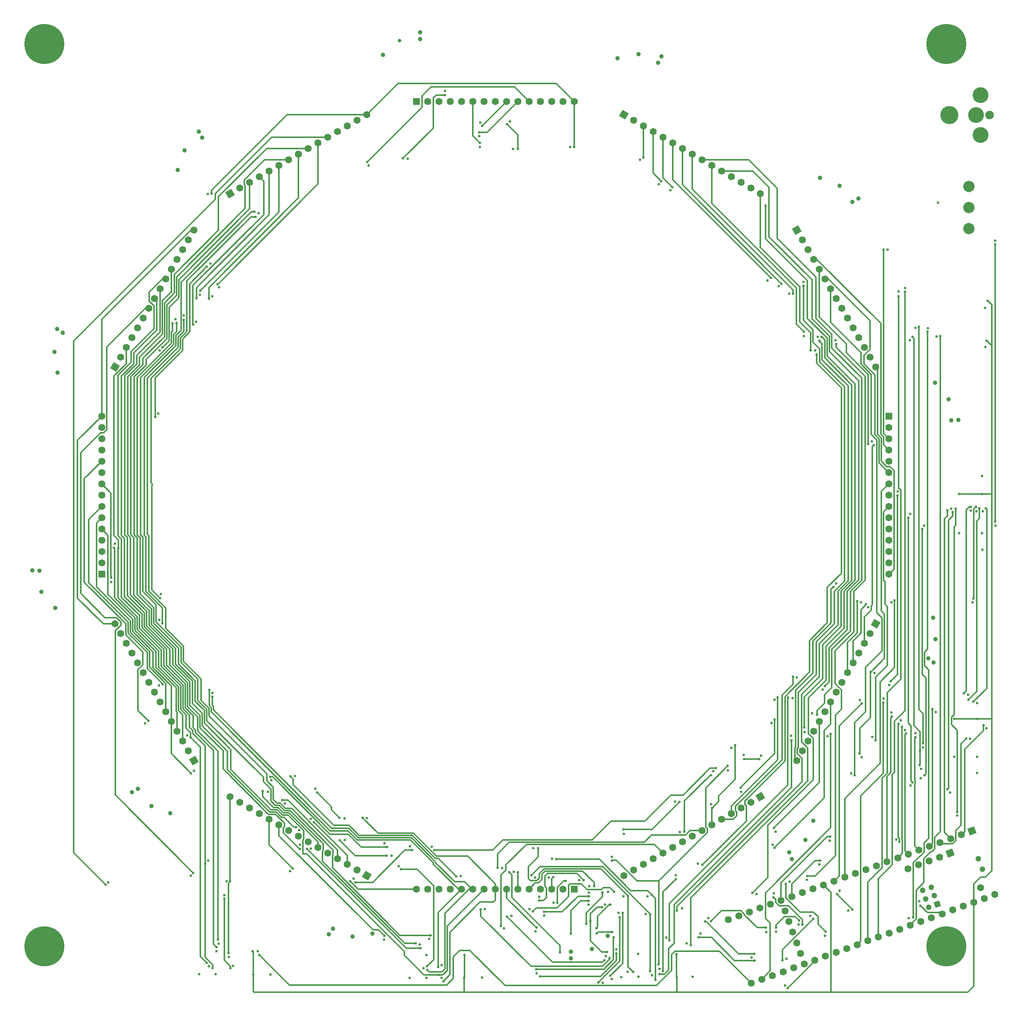
<source format=gbl>
%TF.GenerationSoftware,KiCad,Pcbnew,8.0.5*%
%TF.CreationDate,2024-10-09T16:00:05-04:00*%
%TF.ProjectId,teensy_arena_12-12,7465656e-7379-45f6-9172-656e615f3132,v0.2.1*%
%TF.SameCoordinates,Original*%
%TF.FileFunction,Copper,L6,Bot*%
%TF.FilePolarity,Positive*%
%FSLAX46Y46*%
G04 Gerber Fmt 4.6, Leading zero omitted, Abs format (unit mm)*
G04 Created by KiCad (PCBNEW 8.0.5) date 2024-10-09 16:00:05*
%MOMM*%
%LPD*%
G01*
G04 APERTURE LIST*
G04 Aperture macros list*
%AMRotRect*
0 Rectangle, with rotation*
0 The origin of the aperture is its center*
0 $1 length*
0 $2 width*
0 $3 Rotation angle, in degrees counterclockwise*
0 Add horizontal line*
21,1,$1,$2,0,0,$3*%
G04 Aperture macros list end*
%TA.AperFunction,ComponentPad*%
%ADD10C,9.000000*%
%TD*%
%TA.AperFunction,ComponentPad*%
%ADD11R,1.600000X1.600000*%
%TD*%
%TA.AperFunction,ComponentPad*%
%ADD12C,1.600000*%
%TD*%
%TA.AperFunction,ComponentPad*%
%ADD13RotRect,1.600000X1.600000X240.000000*%
%TD*%
%TA.AperFunction,ComponentPad*%
%ADD14C,2.540000*%
%TD*%
%TA.AperFunction,ComponentPad*%
%ADD15RotRect,1.600000X1.600000X150.000000*%
%TD*%
%TA.AperFunction,ComponentPad*%
%ADD16RotRect,1.600000X1.600000X210.000000*%
%TD*%
%TA.AperFunction,ComponentPad*%
%ADD17C,3.556000*%
%TD*%
%TA.AperFunction,ComponentPad*%
%ADD18C,1.930400*%
%TD*%
%TA.AperFunction,ComponentPad*%
%ADD19C,4.064000*%
%TD*%
%TA.AperFunction,ComponentPad*%
%ADD20RotRect,1.600000X1.600000X30.000000*%
%TD*%
%TA.AperFunction,ComponentPad*%
%ADD21RotRect,1.600000X1.600000X200.000000*%
%TD*%
%TA.AperFunction,ComponentPad*%
%ADD22RotRect,1.300000X1.300000X200.000000*%
%TD*%
%TA.AperFunction,ComponentPad*%
%ADD23C,1.300000*%
%TD*%
%TA.AperFunction,ComponentPad*%
%ADD24RotRect,1.600000X1.600000X60.000000*%
%TD*%
%TA.AperFunction,ComponentPad*%
%ADD25RotRect,1.600000X1.600000X120.000000*%
%TD*%
%TA.AperFunction,ComponentPad*%
%ADD26RotRect,1.600000X1.600000X300.000000*%
%TD*%
%TA.AperFunction,ComponentPad*%
%ADD27RotRect,1.600000X1.600000X330.000000*%
%TD*%
%TA.AperFunction,ViaPad*%
%ADD28C,0.600000*%
%TD*%
%TA.AperFunction,ViaPad*%
%ADD29C,1.000000*%
%TD*%
%TA.AperFunction,ViaPad*%
%ADD30C,0.800000*%
%TD*%
%TA.AperFunction,Conductor*%
%ADD31C,0.300000*%
%TD*%
G04 APERTURE END LIST*
D10*
%TO.P,H1,1,1*%
%TO.N,GND*%
X76200000Y-76200000D03*
%TD*%
D11*
%TO.P,P10,1*%
%TO.N,/Panel Headers/POW.5V_HDR_10*%
X195580000Y-266474000D03*
D12*
%TO.P,P10,2*%
%TO.N,GND*%
X193040000Y-266474000D03*
%TO.P,P10,3*%
%TO.N,/Panel Headers/RESET*%
X190500000Y-266474000D03*
%TO.P,P10,4*%
%TO.N,/Level Shifters/PAN5V.SCK_1*%
X187960000Y-266474000D03*
%TO.P,P10,5*%
%TO.N,/Level Shifters/PAN5V.MOSI_1*%
X185420000Y-266474000D03*
%TO.P,P10,6*%
%TO.N,/Level Shifters/PAN5V.MISO_1*%
X182880000Y-266474000D03*
%TO.P,P10,7*%
%TO.N,/Level Shifters/PAN5V.CS_15*%
X180340000Y-266474000D03*
%TO.P,P10,8*%
%TO.N,/Level Shifters/PAN5V.CS_16*%
X177800000Y-266474000D03*
%TO.P,P10,9*%
%TO.N,/Level Shifters/PAN5V.CS_17*%
X175260000Y-266474000D03*
%TO.P,P10,10*%
%TO.N,/Level Shifters/PAN5V.CS_18*%
X172720000Y-266474000D03*
%TO.P,P10,11*%
%TO.N,/Level Shifters/PAN5V.CS_19*%
X170180000Y-266474000D03*
%TO.P,P10,12*%
%TO.N,unconnected-(P10-Pad12)*%
X167640000Y-266474000D03*
%TO.P,P10,13*%
%TO.N,unconnected-(P10-Pad13)*%
X165100000Y-266474000D03*
%TO.P,P10,14*%
%TO.N,unconnected-(P10-Pad14)*%
X162560000Y-266474000D03*
%TO.P,P10,15*%
%TO.N,/Level Shifters/PAN5V.EXT_INT*%
X160020000Y-266474000D03*
%TD*%
D13*
%TO.P,P12,1*%
%TO.N,/Panel Headers/POW.5V_HDR_12*%
X263484000Y-206739068D03*
D12*
%TO.P,P12,2*%
%TO.N,GND*%
X262214000Y-208938773D03*
%TO.P,P12,3*%
%TO.N,/Panel Headers/RESET*%
X260944000Y-211138477D03*
%TO.P,P12,4*%
%TO.N,/Level Shifters/PAN5V.SCK_1*%
X259674000Y-213338182D03*
%TO.P,P12,5*%
%TO.N,/Level Shifters/PAN5V.MOSI_1*%
X258404000Y-215537886D03*
%TO.P,P12,6*%
%TO.N,/Level Shifters/PAN5V.MISO_1*%
X257134000Y-217737591D03*
%TO.P,P12,7*%
%TO.N,/Level Shifters/PAN5V.CS_25*%
X255864000Y-219937295D03*
%TO.P,P12,8*%
%TO.N,/Level Shifters/PAN5V.CS_26*%
X254594000Y-222137000D03*
%TO.P,P12,9*%
%TO.N,/Level Shifters/PAN5V.CS_27*%
X253324000Y-224336705D03*
%TO.P,P12,10*%
%TO.N,/Level Shifters/PAN5V.CS_28*%
X252054000Y-226536409D03*
%TO.P,P12,11*%
%TO.N,/Level Shifters/PAN5V.CS_29*%
X250784000Y-228736114D03*
%TO.P,P12,12*%
%TO.N,unconnected-(P12-Pad12)*%
X249514000Y-230935818D03*
%TO.P,P12,13*%
%TO.N,unconnected-(P12-Pad13)*%
X248244000Y-233135523D03*
%TO.P,P12,14*%
%TO.N,unconnected-(P12-Pad14)*%
X246974000Y-235335227D03*
%TO.P,P12,15*%
%TO.N,/Level Shifters/PAN5V.EXT_INT*%
X245704000Y-237534932D03*
%TD*%
D11*
%TO.P,P7,1*%
%TO.N,/Panel Headers/POW.5V_HDR_7*%
X89126000Y-195580000D03*
D12*
%TO.P,P7,2*%
%TO.N,GND*%
X89126000Y-193040000D03*
%TO.P,P7,3*%
%TO.N,/Panel Headers/RESET*%
X89126000Y-190500000D03*
%TO.P,P7,4*%
%TO.N,/Level Shifters/PAN5V.SCK_1*%
X89126000Y-187960000D03*
%TO.P,P7,5*%
%TO.N,/Level Shifters/PAN5V.MOSI_1*%
X89126000Y-185420000D03*
%TO.P,P7,6*%
%TO.N,/Level Shifters/PAN5V.MISO_1*%
X89126000Y-182880000D03*
%TO.P,P7,7*%
%TO.N,/Level Shifters/PAN5V.CS_00*%
X89126000Y-180340000D03*
%TO.P,P7,8*%
%TO.N,/Level Shifters/PAN5V.CS_01*%
X89126000Y-177800000D03*
%TO.P,P7,9*%
%TO.N,/Level Shifters/PAN5V.CS_02*%
X89126000Y-175260000D03*
%TO.P,P7,10*%
%TO.N,/Level Shifters/PAN5V.CS_03*%
X89126000Y-172720000D03*
%TO.P,P7,11*%
%TO.N,/Level Shifters/PAN5V.CS_04*%
X89126000Y-170180000D03*
%TO.P,P7,12*%
%TO.N,unconnected-(P7-Pad12)*%
X89126000Y-167640000D03*
%TO.P,P7,13*%
%TO.N,unconnected-(P7-Pad13)*%
X89126000Y-165100000D03*
%TO.P,P7,14*%
%TO.N,unconnected-(P7-Pad14)*%
X89126000Y-162560000D03*
%TO.P,P7,15*%
%TO.N,/Level Shifters/PAN5V.EXT_INT*%
X89126000Y-160020000D03*
%TD*%
D14*
%TO.P,SW1,1,A*%
%TO.N,/Power & Voltage Regulators/SW_VCC*%
X284480000Y-117752500D03*
%TO.P,SW1,2,B*%
%TO.N,VCC*%
X284480000Y-113002700D03*
%TO.P,SW1,3,C*%
%TO.N,GND*%
X284480000Y-108252900D03*
%TD*%
D15*
%TO.P,P9,1*%
%TO.N,/Panel Headers/POW.5V_HDR_9*%
X148860932Y-263484000D03*
D12*
%TO.P,P9,2*%
%TO.N,GND*%
X146661227Y-262214000D03*
%TO.P,P9,3*%
%TO.N,/Panel Headers/RESET*%
X144461523Y-260944000D03*
%TO.P,P9,4*%
%TO.N,/Level Shifters/PAN5V.SCK_1*%
X142261818Y-259674000D03*
%TO.P,P9,5*%
%TO.N,/Level Shifters/PAN5V.MOSI_1*%
X140062114Y-258404000D03*
%TO.P,P9,6*%
%TO.N,/Level Shifters/PAN5V.MISO_1*%
X137862409Y-257134000D03*
%TO.P,P9,7*%
%TO.N,/Level Shifters/PAN5V.CS_10*%
X135662705Y-255864000D03*
%TO.P,P9,8*%
%TO.N,/Level Shifters/PAN5V.CS_11*%
X133463000Y-254594000D03*
%TO.P,P9,9*%
%TO.N,/Level Shifters/PAN5V.CS_12*%
X131263295Y-253324000D03*
%TO.P,P9,10*%
%TO.N,/Level Shifters/PAN5V.CS_13*%
X129063591Y-252054000D03*
%TO.P,P9,11*%
%TO.N,/Level Shifters/PAN5V.CS_14*%
X126863886Y-250784000D03*
%TO.P,P9,12*%
%TO.N,unconnected-(P9-Pad12)*%
X124664182Y-249514000D03*
%TO.P,P9,13*%
%TO.N,unconnected-(P9-Pad13)*%
X122464477Y-248244000D03*
%TO.P,P9,14*%
%TO.N,unconnected-(P9-Pad14)*%
X120264773Y-246974000D03*
%TO.P,P9,15*%
%TO.N,/Level Shifters/PAN5V.EXT_INT*%
X118065068Y-245704000D03*
%TD*%
D16*
%TO.P,P11,1*%
%TO.N,/Panel Headers/POW.5V_HDR_11*%
X237534932Y-245704000D03*
D12*
%TO.P,P11,2*%
%TO.N,GND*%
X235335227Y-246974000D03*
%TO.P,P11,3*%
%TO.N,/Panel Headers/RESET*%
X233135523Y-248244000D03*
%TO.P,P11,4*%
%TO.N,/Level Shifters/PAN5V.SCK_1*%
X230935818Y-249514000D03*
%TO.P,P11,5*%
%TO.N,/Level Shifters/PAN5V.MOSI_1*%
X228736114Y-250784000D03*
%TO.P,P11,6*%
%TO.N,/Level Shifters/PAN5V.MISO_1*%
X226536409Y-252054000D03*
%TO.P,P11,7*%
%TO.N,/Level Shifters/PAN5V.CS_20*%
X224336705Y-253324000D03*
%TO.P,P11,8*%
%TO.N,/Level Shifters/PAN5V.CS_21*%
X222137000Y-254594000D03*
%TO.P,P11,9*%
%TO.N,/Level Shifters/PAN5V.CS_22*%
X219937295Y-255864000D03*
%TO.P,P11,10*%
%TO.N,/Level Shifters/PAN5V.CS_23*%
X217737591Y-257134000D03*
%TO.P,P11,11*%
%TO.N,/Level Shifters/PAN5V.CS_24*%
X215537886Y-258404000D03*
%TO.P,P11,12*%
%TO.N,unconnected-(P11-Pad12)*%
X213338182Y-259674000D03*
%TO.P,P11,13*%
%TO.N,unconnected-(P11-Pad13)*%
X211138477Y-260944000D03*
%TO.P,P11,14*%
%TO.N,unconnected-(P11-Pad14)*%
X208938773Y-262214000D03*
%TO.P,P11,15*%
%TO.N,/Level Shifters/PAN5V.EXT_INT*%
X206739068Y-263484000D03*
%TD*%
D10*
%TO.P,H3,1,1*%
%TO.N,GND*%
X279400000Y-279400000D03*
%TD*%
%TO.P,H4,1,1*%
%TO.N,GND*%
X76200000Y-279400000D03*
%TD*%
D17*
%TO.P,J1,*%
%TO.N,*%
X287096200Y-87706200D03*
D18*
X289102800Y-92202000D03*
D17*
X287096200Y-96697800D03*
D19*
%TO.P,J1,1*%
%TO.N,/Power & Voltage Regulators/SW_VCC*%
X280111200Y-92202000D03*
D17*
%TO.P,J1,2*%
%TO.N,GND*%
X286105600Y-92202000D03*
%TD*%
D20*
%TO.P,P5,1*%
%TO.N,/Panel Headers/POW.5V_HDR_5*%
X118065068Y-109896000D03*
D12*
%TO.P,P5,2*%
%TO.N,GND*%
X120264773Y-108626000D03*
%TO.P,P5,3*%
%TO.N,/Panel Headers/RESET*%
X122464477Y-107356000D03*
%TO.P,P5,4*%
%TO.N,/Level Shifters/PAN5V.SCK_0*%
X124664182Y-106086000D03*
%TO.P,P5,5*%
%TO.N,/Level Shifters/PAN5V.MOSI_0*%
X126863886Y-104816000D03*
%TO.P,P5,6*%
%TO.N,/Level Shifters/PAN5V.MISO_0*%
X129063591Y-103546000D03*
%TO.P,P5,7*%
%TO.N,/Level Shifters/PAN5V.CS_20*%
X131263295Y-102276000D03*
%TO.P,P5,8*%
%TO.N,/Level Shifters/PAN5V.CS_21*%
X133463000Y-101006000D03*
%TO.P,P5,9*%
%TO.N,/Level Shifters/PAN5V.CS_22*%
X135662705Y-99736000D03*
%TO.P,P5,10*%
%TO.N,/Level Shifters/PAN5V.CS_23*%
X137862409Y-98466000D03*
%TO.P,P5,11*%
%TO.N,/Level Shifters/PAN5V.CS_24*%
X140062114Y-97196000D03*
%TO.P,P5,12*%
%TO.N,unconnected-(P5-Pad12)*%
X142261818Y-95926000D03*
%TO.P,P5,13*%
%TO.N,unconnected-(P5-Pad13)*%
X144461523Y-94656000D03*
%TO.P,P5,14*%
%TO.N,unconnected-(P5-Pad14)*%
X146661227Y-93386000D03*
%TO.P,P5,15*%
%TO.N,/Level Shifters/PAN5V.EXT_INT*%
X148860932Y-92116000D03*
%TD*%
D11*
%TO.P,P4,1*%
%TO.N,/Panel Headers/POW.5V_HDR_4*%
X160020000Y-89126000D03*
D12*
%TO.P,P4,2*%
%TO.N,GND*%
X162560000Y-89126000D03*
%TO.P,P4,3*%
%TO.N,/Panel Headers/RESET*%
X165100000Y-89126000D03*
%TO.P,P4,4*%
%TO.N,/Level Shifters/PAN5V.SCK_0*%
X167640000Y-89126000D03*
%TO.P,P4,5*%
%TO.N,/Level Shifters/PAN5V.MOSI_0*%
X170180000Y-89126000D03*
%TO.P,P4,6*%
%TO.N,/Level Shifters/PAN5V.MISO_0*%
X172720000Y-89126000D03*
%TO.P,P4,7*%
%TO.N,/Level Shifters/PAN5V.CS_15*%
X175260000Y-89126000D03*
%TO.P,P4,8*%
%TO.N,/Level Shifters/PAN5V.CS_16*%
X177800000Y-89126000D03*
%TO.P,P4,9*%
%TO.N,/Level Shifters/PAN5V.CS_17*%
X180340000Y-89126000D03*
%TO.P,P4,10*%
%TO.N,/Level Shifters/PAN5V.CS_18*%
X182880000Y-89126000D03*
%TO.P,P4,11*%
%TO.N,/Level Shifters/PAN5V.CS_19*%
X185420000Y-89126000D03*
%TO.P,P4,12*%
%TO.N,unconnected-(P4-Pad12)*%
X187960000Y-89126000D03*
%TO.P,P4,13*%
%TO.N,unconnected-(P4-Pad13)*%
X190500000Y-89126000D03*
%TO.P,P4,14*%
%TO.N,unconnected-(P4-Pad14)*%
X193040000Y-89126000D03*
%TO.P,P4,15*%
%TO.N,/Level Shifters/PAN5V.EXT_INT*%
X195580000Y-89126000D03*
%TD*%
D21*
%TO.P,U18,1,GND*%
%TO.N,GND*%
X285152628Y-253394534D03*
D12*
%TO.P,U18,2,0_RX1_CRX2_CS1*%
%TO.N,/Level Shifters/PAN3V.CS_00*%
X282765809Y-254263265D03*
%TO.P,U18,3,1_TX1_CTX2_MISO1*%
%TO.N,/Level Shifters/PAN3V.MISO_1*%
X280378989Y-255131996D03*
%TO.P,U18,4,2_OUT2*%
%TO.N,/Level Shifters/PAN3V.CS_01*%
X277992170Y-256000727D03*
%TO.P,U18,5,3_LRCLK2*%
%TO.N,/Level Shifters/PAN3V.CS_02*%
X275605351Y-256869458D03*
%TO.P,U18,6,4_BCLK2*%
%TO.N,/Level Shifters/PAN3V.CS_03*%
X273218532Y-257738190D03*
%TO.P,U18,7,5_IN2*%
%TO.N,/Level Shifters/PAN3V.CS_04*%
X270831712Y-258606921D03*
%TO.P,U18,8,6_OUT1D*%
%TO.N,/Level Shifters/PAN3V.CS_05*%
X268444893Y-259475652D03*
%TO.P,U18,9,7_RX2_OUT1A*%
%TO.N,/Level Shifters/PAN3V.CS_06*%
X266058074Y-260344383D03*
%TO.P,U18,10,8_TX2_IN1*%
%TO.N,/Level Shifters/PAN3V.CS_07*%
X263671255Y-261213114D03*
%TO.P,U18,11,9_OUT1C*%
%TO.N,/Level Shifters/PAN3V.CS_08*%
X261284435Y-262081845D03*
%TO.P,U18,12,10_CS_MQSR*%
%TO.N,/Level Shifters/PAN3V.CS_09*%
X258897616Y-262950577D03*
%TO.P,U18,13,11_MOSI_CTX1*%
%TO.N,/Level Shifters/PAN3V.MOSI_0*%
X256510797Y-263819308D03*
%TO.P,U18,14,12_MISO_MQSL*%
%TO.N,/Level Shifters/PAN3V.MISO_0*%
X254123978Y-264688039D03*
%TO.P,U18,15,3V3*%
%TO.N,+3.3V*%
X251737158Y-265556770D03*
%TO.P,U18,16,24_A10_TX6_SCL2*%
%TO.N,/Level Shifters/PAN3V.CS_10*%
X249350339Y-266425501D03*
%TO.P,U18,17,25_A11_RX6_SDA2*%
%TO.N,/Level Shifters/PAN3V.CS_11*%
X246963520Y-267294232D03*
%TO.P,U18,18,26_A12_MOSI1*%
%TO.N,/Level Shifters/PAN3V.MOSI_1*%
X244576701Y-268162964D03*
%TO.P,U18,19,27_A13_SCK1*%
%TO.N,/Level Shifters/PAN3V.SCK_1*%
X242189881Y-269031695D03*
%TO.P,U18,20,28_RX7*%
%TO.N,/Level Shifters/PAN3V.CS_12*%
X239803062Y-269900426D03*
%TO.P,U18,21,29_TX7*%
%TO.N,/Level Shifters/PAN3V.CS_13*%
X237416243Y-270769157D03*
%TO.P,U18,22,30_CRX3*%
%TO.N,/Level Shifters/PAN3V.CS_14*%
X235029425Y-271637888D03*
%TO.P,U18,23,31_CTX3*%
%TO.N,/Level Shifters/PAN3V.CS_15*%
X232642604Y-272506619D03*
%TO.P,U18,24,32_OUT1B*%
%TO.N,/Level Shifters/PAN3V.CS_16*%
X230255785Y-273375351D03*
%TO.P,U18,25,33_MCLK2*%
%TO.N,/Level Shifters/PAN3V.EXT_INT*%
X235468172Y-287696266D03*
%TO.P,U18,26,34_RX8*%
%TO.N,/Level Shifters/PAN3V.RESET*%
X237854991Y-286827535D03*
%TO.P,U18,27,35_TX8*%
%TO.N,/Level Shifters/PAN3V.CS_29*%
X240241811Y-285958804D03*
%TO.P,U18,28,36_CS*%
%TO.N,/Level Shifters/PAN3V.CS_28*%
X242628630Y-285090073D03*
%TO.P,U18,29,37_CS*%
%TO.N,/Level Shifters/PAN3V.CS_27*%
X245015449Y-284221342D03*
%TO.P,U18,30,38_CS1_IN1*%
%TO.N,/Level Shifters/PAN3V.CS_26*%
X247402268Y-283352610D03*
%TO.P,U18,31,39_MISO1_OUT1A*%
%TO.N,/Level Shifters/PAN3V.CS_25*%
X249789088Y-282483879D03*
%TO.P,U18,32,40_A16*%
%TO.N,/Level Shifters/PAN3V.CS_24*%
X252175907Y-281615148D03*
%TO.P,U18,33,41_A17*%
%TO.N,/Level Shifters/PAN3V.CS_23*%
X254562726Y-280746417D03*
%TO.P,U18,34,GND*%
%TO.N,GND*%
X256949545Y-279877686D03*
%TO.P,U18,35,13_SCK_LED*%
%TO.N,/Level Shifters/PAN3V.SCK_0*%
X259336365Y-279008955D03*
%TO.P,U18,36,14_A0_TX3_SPDIF_OUT*%
%TO.N,/Teensy/A0*%
X261723184Y-278140223D03*
%TO.P,U18,37,15_A1_RX3_SPDIF_IN*%
%TO.N,/Teensy/A1*%
X264110003Y-277271492D03*
%TO.P,U18,38,16_A2_RX4_SCL1*%
%TO.N,/Level Shifters/PAN3V.CS_22*%
X266496822Y-276402761D03*
%TO.P,U18,39,17_A3_TX4_SDA1*%
%TO.N,/Level Shifters/PAN3V.CS_21*%
X268883642Y-275534030D03*
%TO.P,U18,40,18_A4_SDA*%
%TO.N,/Teensy/SDA*%
X271270461Y-274665299D03*
%TO.P,U18,41,19_A5_SCL*%
%TO.N,/Teensy/SCL*%
X273657280Y-273796568D03*
%TO.P,U18,42,20_A6_TX5_LRCLK1*%
%TO.N,/Level Shifters/PAN3V.CS_20*%
X276044099Y-272927836D03*
%TO.P,U18,43,21_A7_RX5_BCLK1*%
%TO.N,/Level Shifters/PAN3V.CS_19*%
X278430919Y-272059105D03*
%TO.P,U18,44,22_A8_CTX1*%
%TO.N,/Level Shifters/PAN3V.CS_18*%
X280817738Y-271190374D03*
%TO.P,U18,45,23_A9_CRX1_MCLK1*%
%TO.N,/Level Shifters/PAN3V.CS_17*%
X283204557Y-270321643D03*
%TO.P,U18,46,3V3*%
%TO.N,+3.3V*%
X285591375Y-269452912D03*
%TO.P,U18,47,GND*%
%TO.N,GND*%
X287978196Y-268584181D03*
%TO.P,U18,48,VIN*%
%TO.N,+5V*%
X290365015Y-267715449D03*
%TO.P,U18,49,VUSB*%
X287109465Y-266197361D03*
%TO.P,U18,50,VBAT*%
%TO.N,unconnected-(U18-VBAT-Pad50)*%
X243058613Y-271418514D03*
%TO.P,U18,51,3V3*%
%TO.N,unconnected-(U18-3V3-Pad51)*%
X243927344Y-273805333D03*
%TO.P,U18,52,GND*%
%TO.N,unconnected-(U18-GND-Pad52)*%
X244796075Y-276192153D03*
%TO.P,U18,53,PROGRAM*%
%TO.N,unconnected-(U18-PROGRAM-Pad53)*%
X245664806Y-278578972D03*
%TO.P,U18,54,ON_OFF*%
%TO.N,unconnected-(U18-ON_OFF-Pad54)*%
X246533537Y-280965791D03*
D21*
%TO.P,U18,55,5V*%
%TO.N,unconnected-(U18-5V-Pad55)*%
X280276751Y-258415801D03*
D12*
%TO.P,U18,56,D-*%
%TO.N,unconnected-(U18-D--Pad56)*%
X277889932Y-259284533D03*
%TO.P,U18,57,D+*%
%TO.N,unconnected-(U18-D+-Pad57)*%
X275503113Y-260153264D03*
%TO.P,U18,58,GND*%
%TO.N,unconnected-(U18-GND-Pad58)*%
X273116293Y-261021995D03*
%TO.P,U18,59,GND*%
%TO.N,unconnected-(U18-GND-Pad59)*%
X270729474Y-261890726D03*
D22*
%TO.P,U18,60,R+*%
%TO.N,unconnected-(U18-R+-Pad60)*%
X277343220Y-269860104D03*
D23*
%TO.P,U18,61,LED*%
%TO.N,unconnected-(U18-LED-Pad61)*%
X276659179Y-267980719D03*
%TO.P,U18,62,T-*%
%TO.N,unconnected-(U18-T--Pad62)*%
X275975139Y-266101334D03*
%TO.P,U18,63,T+*%
%TO.N,unconnected-(U18-T+-Pad63)*%
X274095754Y-266785374D03*
%TO.P,U18,64,GND*%
%TO.N,unconnected-(U18-GND-Pad64)*%
X274779794Y-268664759D03*
%TO.P,U18,65,R-*%
%TO.N,unconnected-(U18-R--Pad65)*%
X275463834Y-270544144D03*
%TO.P,U18,66,D-*%
%TO.N,unconnected-(U18-D--Pad66)*%
X287507211Y-261998076D03*
%TO.P,U18,67,D+*%
%TO.N,unconnected-(U18-D+-Pad67)*%
X286638480Y-259611257D03*
%TD*%
D11*
%TO.P,P1,1*%
%TO.N,/Panel Headers/POW.5V_HDR_1*%
X266474000Y-160020000D03*
D12*
%TO.P,P1,2*%
%TO.N,GND*%
X266474000Y-162560000D03*
%TO.P,P1,3*%
%TO.N,/Panel Headers/RESET*%
X266474000Y-165100000D03*
%TO.P,P1,4*%
%TO.N,/Level Shifters/PAN5V.SCK_0*%
X266474000Y-167640000D03*
%TO.P,P1,5*%
%TO.N,/Level Shifters/PAN5V.MOSI_0*%
X266474000Y-170180000D03*
%TO.P,P1,6*%
%TO.N,/Level Shifters/PAN5V.MISO_0*%
X266474000Y-172720000D03*
%TO.P,P1,7*%
%TO.N,/Level Shifters/PAN5V.CS_00*%
X266474000Y-175260000D03*
%TO.P,P1,8*%
%TO.N,/Level Shifters/PAN5V.CS_01*%
X266474000Y-177800000D03*
%TO.P,P1,9*%
%TO.N,/Level Shifters/PAN5V.CS_02*%
X266474000Y-180340000D03*
%TO.P,P1,10*%
%TO.N,/Level Shifters/PAN5V.CS_03*%
X266474000Y-182880000D03*
%TO.P,P1,11*%
%TO.N,/Level Shifters/PAN5V.CS_04*%
X266474000Y-185420000D03*
%TO.P,P1,12*%
%TO.N,unconnected-(P1-Pad12)*%
X266474000Y-187960000D03*
%TO.P,P1,13*%
%TO.N,unconnected-(P1-Pad13)*%
X266474000Y-190500000D03*
%TO.P,P1,14*%
%TO.N,unconnected-(P1-Pad14)*%
X266474000Y-193040000D03*
%TO.P,P1,15*%
%TO.N,/Level Shifters/PAN5V.EXT_INT*%
X266474000Y-195580000D03*
%TD*%
D24*
%TO.P,P6,1*%
%TO.N,/Panel Headers/POW.5V_HDR_6*%
X92116000Y-148860932D03*
D12*
%TO.P,P6,2*%
%TO.N,GND*%
X93386000Y-146661227D03*
%TO.P,P6,3*%
%TO.N,/Panel Headers/RESET*%
X94656000Y-144461523D03*
%TO.P,P6,4*%
%TO.N,/Level Shifters/PAN5V.SCK_0*%
X95926000Y-142261818D03*
%TO.P,P6,5*%
%TO.N,/Level Shifters/PAN5V.MOSI_0*%
X97196000Y-140062114D03*
%TO.P,P6,6*%
%TO.N,/Level Shifters/PAN5V.MISO_0*%
X98466000Y-137862409D03*
%TO.P,P6,7*%
%TO.N,/Level Shifters/PAN5V.CS_25*%
X99736000Y-135662705D03*
%TO.P,P6,8*%
%TO.N,/Level Shifters/PAN5V.CS_26*%
X101006000Y-133463000D03*
%TO.P,P6,9*%
%TO.N,/Level Shifters/PAN5V.CS_27*%
X102276000Y-131263295D03*
%TO.P,P6,10*%
%TO.N,/Level Shifters/PAN5V.CS_28*%
X103546000Y-129063591D03*
%TO.P,P6,11*%
%TO.N,/Level Shifters/PAN5V.CS_29*%
X104816000Y-126863886D03*
%TO.P,P6,12*%
%TO.N,unconnected-(P6-Pad12)*%
X106086000Y-124664182D03*
%TO.P,P6,13*%
%TO.N,unconnected-(P6-Pad13)*%
X107356000Y-122464477D03*
%TO.P,P6,14*%
%TO.N,unconnected-(P6-Pad14)*%
X108626000Y-120264773D03*
%TO.P,P6,15*%
%TO.N,/Level Shifters/PAN5V.EXT_INT*%
X109896000Y-118065068D03*
%TD*%
D25*
%TO.P,P8,1*%
%TO.N,/Panel Headers/POW.5V_HDR_8*%
X109896000Y-237534932D03*
D12*
%TO.P,P8,2*%
%TO.N,GND*%
X108626000Y-235335227D03*
%TO.P,P8,3*%
%TO.N,/Panel Headers/RESET*%
X107356000Y-233135523D03*
%TO.P,P8,4*%
%TO.N,/Level Shifters/PAN5V.SCK_1*%
X106086000Y-230935818D03*
%TO.P,P8,5*%
%TO.N,/Level Shifters/PAN5V.MOSI_1*%
X104816000Y-228736114D03*
%TO.P,P8,6*%
%TO.N,/Level Shifters/PAN5V.MISO_1*%
X103546000Y-226536409D03*
%TO.P,P8,7*%
%TO.N,/Level Shifters/PAN5V.CS_05*%
X102276000Y-224336705D03*
%TO.P,P8,8*%
%TO.N,/Level Shifters/PAN5V.CS_06*%
X101006000Y-222137000D03*
%TO.P,P8,9*%
%TO.N,/Level Shifters/PAN5V.CS_07*%
X99736000Y-219937295D03*
%TO.P,P8,10*%
%TO.N,/Level Shifters/PAN5V.CS_08*%
X98466000Y-217737591D03*
%TO.P,P8,11*%
%TO.N,/Level Shifters/PAN5V.CS_09*%
X97196000Y-215537886D03*
%TO.P,P8,12*%
%TO.N,unconnected-(P8-Pad12)*%
X95926000Y-213338182D03*
%TO.P,P8,13*%
%TO.N,unconnected-(P8-Pad13)*%
X94656000Y-211138477D03*
%TO.P,P8,14*%
%TO.N,unconnected-(P8-Pad14)*%
X93386000Y-208938773D03*
%TO.P,P8,15*%
%TO.N,/Level Shifters/PAN5V.EXT_INT*%
X92116000Y-206739068D03*
%TD*%
D10*
%TO.P,H2,1,1*%
%TO.N,GND*%
X279400000Y-76200000D03*
%TD*%
D26*
%TO.P,P2,1*%
%TO.N,/Panel Headers/POW.5V_HDR_2*%
X245704000Y-118065068D03*
D12*
%TO.P,P2,2*%
%TO.N,GND*%
X246974000Y-120264773D03*
%TO.P,P2,3*%
%TO.N,/Panel Headers/RESET*%
X248244000Y-122464477D03*
%TO.P,P2,4*%
%TO.N,/Level Shifters/PAN5V.SCK_0*%
X249514000Y-124664182D03*
%TO.P,P2,5*%
%TO.N,/Level Shifters/PAN5V.MOSI_0*%
X250784000Y-126863886D03*
%TO.P,P2,6*%
%TO.N,/Level Shifters/PAN5V.MISO_0*%
X252054000Y-129063591D03*
%TO.P,P2,7*%
%TO.N,/Level Shifters/PAN5V.CS_05*%
X253324000Y-131263295D03*
%TO.P,P2,8*%
%TO.N,/Level Shifters/PAN5V.CS_06*%
X254594000Y-133463000D03*
%TO.P,P2,9*%
%TO.N,/Level Shifters/PAN5V.CS_07*%
X255864000Y-135662705D03*
%TO.P,P2,10*%
%TO.N,/Level Shifters/PAN5V.CS_08*%
X257134000Y-137862409D03*
%TO.P,P2,11*%
%TO.N,/Level Shifters/PAN5V.CS_09*%
X258404000Y-140062114D03*
%TO.P,P2,12*%
%TO.N,unconnected-(P2-Pad12)*%
X259674000Y-142261818D03*
%TO.P,P2,13*%
%TO.N,unconnected-(P2-Pad13)*%
X260944000Y-144461523D03*
%TO.P,P2,14*%
%TO.N,unconnected-(P2-Pad14)*%
X262214000Y-146661227D03*
%TO.P,P2,15*%
%TO.N,/Level Shifters/PAN5V.EXT_INT*%
X263484000Y-148860932D03*
%TD*%
D27*
%TO.P,P3,1*%
%TO.N,/Panel Headers/POW.5V_HDR_3*%
X206739068Y-92116000D03*
D12*
%TO.P,P3,2*%
%TO.N,GND*%
X208938773Y-93386000D03*
%TO.P,P3,3*%
%TO.N,/Panel Headers/RESET*%
X211138477Y-94656000D03*
%TO.P,P3,4*%
%TO.N,/Level Shifters/PAN5V.SCK_0*%
X213338182Y-95926000D03*
%TO.P,P3,5*%
%TO.N,/Level Shifters/PAN5V.MOSI_0*%
X215537886Y-97196000D03*
%TO.P,P3,6*%
%TO.N,/Level Shifters/PAN5V.MISO_0*%
X217737591Y-98466000D03*
%TO.P,P3,7*%
%TO.N,/Level Shifters/PAN5V.CS_10*%
X219937295Y-99736000D03*
%TO.P,P3,8*%
%TO.N,/Level Shifters/PAN5V.CS_11*%
X222137000Y-101006000D03*
%TO.P,P3,9*%
%TO.N,/Level Shifters/PAN5V.CS_12*%
X224336705Y-102276000D03*
%TO.P,P3,10*%
%TO.N,/Level Shifters/PAN5V.CS_13*%
X226536409Y-103546000D03*
%TO.P,P3,11*%
%TO.N,/Level Shifters/PAN5V.CS_14*%
X228736114Y-104816000D03*
%TO.P,P3,12*%
%TO.N,unconnected-(P3-Pad12)*%
X230935818Y-106086000D03*
%TO.P,P3,13*%
%TO.N,unconnected-(P3-Pad13)*%
X233135523Y-107356000D03*
%TO.P,P3,14*%
%TO.N,unconnected-(P3-Pad14)*%
X235335227Y-108626000D03*
%TO.P,P3,15*%
%TO.N,/Level Shifters/PAN5V.EXT_INT*%
X237534932Y-109896000D03*
%TD*%
D28*
%TO.N,+3.3V*%
X218580000Y-281191000D03*
X123241000Y-285699000D03*
X288747000Y-133960000D03*
X282270000Y-177495000D03*
X218694000Y-286277000D03*
X287477000Y-177495000D03*
X123138000Y-280466000D03*
X286410000Y-228143000D03*
X170815000Y-286512000D03*
X281203000Y-228117000D03*
X288493000Y-142977000D03*
X170840000Y-281305000D03*
%TO.N,+5V*%
X286385000Y-236728000D03*
X114808000Y-285659000D03*
X287476000Y-186309000D03*
X210058000Y-286268000D03*
X162306000Y-286479000D03*
%TO.N,/Teensy/SDA*%
X278079200Y-141986000D03*
%TO.N,/Teensy/SCL*%
X275191400Y-140962600D03*
X271937200Y-272890800D03*
%TO.N,/Teensy/A0*%
X268655800Y-132943600D03*
%TO.N,/Teensy/A1*%
X270089400Y-131951600D03*
%TO.N,/Level Shifters/PAN5V.SCK_1*%
X129760700Y-246462400D03*
X91846400Y-189661800D03*
X241381900Y-223306400D03*
%TO.N,/Level Shifters/PAN5V.SCK_0*%
X215148300Y-107050700D03*
X109728000Y-139319000D03*
%TO.N,/Level Shifters/PAN5V.MOSI_0*%
X261797800Y-166293800D03*
X110490000Y-133400800D03*
X217647250Y-108412550D03*
%TO.N,/Level Shifters/PAN5V.MISO_0*%
X174345600Y-98466000D03*
X111340100Y-131749800D03*
X239877600Y-128854200D03*
%TO.N,/Level Shifters/PAN5V.CS_00*%
X259842000Y-235966000D03*
X262407400Y-217525600D03*
X102865415Y-220400985D03*
%TO.N,/Level Shifters/PAN5V.CS_01*%
X266839300Y-219708700D03*
X137693400Y-244703600D03*
X268401800Y-177848000D03*
X142696020Y-250445180D03*
%TO.N,/Level Shifters/PAN5V.CS_02*%
X237232800Y-237227200D03*
X91236800Y-196342000D03*
X233883200Y-237227200D03*
X263474200Y-232970200D03*
%TO.N,/Level Shifters/PAN5V.CS_03*%
X271754600Y-242417600D03*
X131650900Y-241119500D03*
X270822200Y-182880000D03*
X168960800Y-263601200D03*
%TO.N,/Level Shifters/PAN5V.CS_04*%
X273950900Y-185420000D03*
X99618800Y-228574600D03*
X274472400Y-240868200D03*
%TO.N,/Level Shifters/PAN5V.EXT_INT*%
X117678200Y-280924000D03*
X113889900Y-109905800D03*
X118065100Y-264693400D03*
X253984200Y-198396200D03*
X195580000Y-99357100D03*
X248869200Y-145211800D03*
X145113700Y-264724500D03*
%TO.N,GND*%
X284759400Y-232613200D03*
X217220800Y-109143800D03*
X268122400Y-255320800D03*
X107654700Y-137312400D03*
X185521600Y-271018000D03*
X204012800Y-286766000D03*
X272465800Y-140106400D03*
X287477000Y-173431000D03*
X206730600Y-254050800D03*
X145846800Y-264109200D03*
X113284000Y-283819600D03*
X233807000Y-236270800D03*
X114046000Y-222326200D03*
X115570000Y-130987800D03*
X108381800Y-231851200D03*
D29*
X250927000Y-106274000D03*
D28*
X214655400Y-107772200D03*
X214833200Y-284454600D03*
X118745000Y-283768800D03*
X127152000Y-285699000D03*
X216341900Y-277444200D03*
X210388200Y-102260400D03*
X287655000Y-181406800D03*
X245719600Y-218795600D03*
X143916400Y-255397000D03*
X243408200Y-282143200D03*
X230987600Y-234670600D03*
X290449000Y-120446800D03*
D29*
X78511400Y-145517000D03*
D28*
X149301200Y-103479600D03*
X250444000Y-142087600D03*
D29*
X259613000Y-110973000D03*
D28*
X288214000Y-144424000D03*
X271246600Y-181965600D03*
X244424200Y-231952800D03*
X211658200Y-272110200D03*
X194640200Y-99339400D03*
X226949000Y-239953800D03*
X186766200Y-263855200D03*
D29*
X75565000Y-199517000D03*
D28*
X136248730Y-250711800D03*
X205065700Y-280009600D03*
X247329730Y-141925270D03*
X109880400Y-239826800D03*
X247954800Y-264388600D03*
X91236800Y-197332600D03*
X188798200Y-272440400D03*
X230225600Y-239725200D03*
X265252200Y-223570800D03*
X190931800Y-269570200D03*
X250825000Y-260934200D03*
X152806400Y-256184400D03*
X243103400Y-288137600D03*
X102057200Y-220599000D03*
X206197000Y-286283000D03*
X247269000Y-129794000D03*
X275285200Y-140157200D03*
X213131400Y-285902400D03*
X130363080Y-247207920D03*
D29*
X282118000Y-160858000D03*
D28*
X269163800Y-228447600D03*
X92151200Y-188671200D03*
X179324000Y-261747000D03*
X257962400Y-240436400D03*
X174421800Y-93827600D03*
X273761200Y-239395000D03*
X274121700Y-234569000D03*
X290474400Y-184607200D03*
X239115600Y-129463800D03*
X202486380Y-269979300D03*
X181406800Y-272542000D03*
X288138000Y-135585000D03*
X174142400Y-96875600D03*
X198831200Y-269951200D03*
X152781000Y-277850600D03*
X263194800Y-217855800D03*
X257276600Y-271297400D03*
X110413800Y-138709400D03*
X277012400Y-226593400D03*
X205536800Y-271830800D03*
X196672200Y-264430200D03*
X219862400Y-270840200D03*
X281203000Y-236728000D03*
X206679800Y-268071600D03*
D29*
X110973000Y-95910400D03*
D28*
X253187200Y-255600200D03*
X148849270Y-250489530D03*
X240512600Y-267436600D03*
X111049000Y-285674000D03*
X143865600Y-250545600D03*
X158572200Y-256870200D03*
X169976800Y-263499600D03*
X124256800Y-280492200D03*
X160756600Y-278942800D03*
X117737298Y-281721817D03*
X286217600Y-181406800D03*
D29*
X140310000Y-276631000D03*
D28*
X282296000Y-186360000D03*
X251510800Y-221538800D03*
X166471600Y-86791800D03*
D29*
X107823000Y-100127000D03*
D28*
X223469200Y-260731000D03*
X181102000Y-93624400D03*
X163499800Y-256971800D03*
X220903800Y-278688800D03*
X198856600Y-267258800D03*
X241071400Y-276098000D03*
X286385000Y-224612000D03*
X204089000Y-259257800D03*
X233146600Y-244576600D03*
D29*
X79197200Y-150190000D03*
D28*
X165658800Y-283641800D03*
X287528000Y-190068000D03*
X254406400Y-142900400D03*
X285343600Y-201930000D03*
X181787800Y-99796600D03*
X154432000Y-259003800D03*
X226415600Y-247370600D03*
X115519200Y-278790400D03*
X113030000Y-109931200D03*
X262712200Y-232181400D03*
X201980800Y-287550000D03*
D29*
X106223000Y-104521000D03*
X276428000Y-205384000D03*
D28*
X137210800Y-243890800D03*
D29*
X255372000Y-108052000D03*
D28*
X235559600Y-281902600D03*
D29*
X150114000Y-276504000D03*
D28*
X126542800Y-244602000D03*
X179755800Y-275336000D03*
X174345600Y-99339400D03*
X277190200Y-142011400D03*
D29*
X199568000Y-279933000D03*
X205359000Y-79349600D03*
D28*
X116789200Y-267817600D03*
X136245600Y-257327400D03*
X270967200Y-272999200D03*
X272440400Y-231394000D03*
X244068600Y-264845800D03*
X240715800Y-223850200D03*
X225780600Y-273024600D03*
X249199400Y-226898200D03*
X236651800Y-267589000D03*
X246151400Y-274447000D03*
X262610600Y-165633400D03*
X162915600Y-277672800D03*
X181965600Y-262636000D03*
X268681200Y-131902200D03*
X286385000Y-240309000D03*
D29*
X279933000Y-156185000D03*
X73482200Y-194742000D03*
D28*
X90601800Y-264947400D03*
X127304800Y-241960400D03*
X261823200Y-202996800D03*
X131572000Y-262432800D03*
X218287600Y-246786400D03*
X203225400Y-267055600D03*
X187731400Y-268198600D03*
X240944400Y-253517400D03*
X273304000Y-269214600D03*
X133781800Y-256540000D03*
X161671000Y-284302200D03*
X165658800Y-286512000D03*
X266522200Y-220548200D03*
D29*
X215265000Y-78968600D03*
D28*
X113588800Y-125577600D03*
X241630200Y-130708400D03*
X158089600Y-102006400D03*
D29*
X210058000Y-78486000D03*
D28*
X260146800Y-201879200D03*
X237642400Y-236423200D03*
X252018800Y-276987000D03*
X240258600Y-256489200D03*
X186359800Y-257245300D03*
X247523000Y-231089200D03*
X133616327Y-253225673D03*
X117246400Y-264693400D03*
X284302200Y-222707200D03*
X255346200Y-266877800D03*
X260324600Y-236753400D03*
X249885200Y-145161000D03*
X101854000Y-159359600D03*
X222225000Y-286258000D03*
X156032200Y-261366000D03*
X115011000Y-280467000D03*
X252628400Y-232079800D03*
D29*
X160833000Y-73507600D03*
D28*
X102158800Y-145135600D03*
D29*
X194818000Y-282092000D03*
D28*
X259918200Y-223901000D03*
X271348200Y-243128800D03*
X284873500Y-181271069D03*
X248793000Y-272516600D03*
X268503400Y-176885600D03*
X280543000Y-180797200D03*
X238810800Y-276148800D03*
X266192000Y-122453400D03*
X219379800Y-253644400D03*
X113131600Y-260045200D03*
X174828000Y-286436000D03*
X111226600Y-132613400D03*
X162306000Y-281280000D03*
X270067800Y-230657400D03*
D29*
X95910400Y-244653000D03*
D28*
X267004800Y-201879200D03*
X243992400Y-132384800D03*
X124460000Y-114300000D03*
D29*
X276885000Y-152476000D03*
D28*
X105765600Y-138125200D03*
D29*
X79044800Y-140310000D03*
X78638400Y-203149000D03*
D28*
X288486200Y-230276400D03*
D29*
X249453000Y-251130000D03*
D28*
X277546000Y-111887000D03*
X98933000Y-229158800D03*
X202666600Y-281584400D03*
X189814200Y-263855200D03*
X190576200Y-259638800D03*
X218414600Y-263398000D03*
X281863800Y-249936000D03*
X114020600Y-132943600D03*
X271221200Y-142900400D03*
X175437800Y-271018000D03*
X132664200Y-241046000D03*
X280212800Y-244754400D03*
X207645000Y-285140400D03*
X187096400Y-285445200D03*
D29*
X247650000Y-255372000D03*
X100355000Y-247777000D03*
X276504000Y-215443000D03*
D28*
X240004600Y-229108000D03*
X199009000Y-265836400D03*
X244779800Y-223494600D03*
X274421600Y-184632600D03*
X102489000Y-200025000D03*
X212090000Y-268071600D03*
X158471000Y-286512000D03*
X273685000Y-241554000D03*
X102146700Y-205892400D03*
X270078200Y-131089400D03*
X224053400Y-276504400D03*
X109194600Y-263448800D03*
D29*
X145593000Y-277165000D03*
X104597000Y-249377000D03*
D30*
X156235000Y-75438000D03*
D28*
X186867800Y-275971000D03*
D29*
X276987000Y-210185000D03*
D28*
X267030200Y-226745800D03*
X209982000Y-281076000D03*
D29*
X203149000Y-277012000D03*
X152476000Y-78638400D03*
D28*
X254584200Y-197688200D03*
D29*
X244627000Y-259690000D03*
D28*
%TO.N,/Level Shifters/PAN5V.CS_05*%
X258749800Y-240868200D03*
%TO.N,/Level Shifters/PAN5V.CS_06*%
X219291500Y-246825100D03*
X206713300Y-253001300D03*
X274123600Y-233622100D03*
X273216900Y-139818100D03*
%TO.N,/Level Shifters/PAN5V.CS_08*%
X153456100Y-257007000D03*
X212988400Y-267786300D03*
X213892000Y-286925000D03*
X191552900Y-259761500D03*
X254572100Y-143742800D03*
X248081800Y-263575800D03*
X127050800Y-241173000D03*
%TO.N,/Level Shifters/PAN5V.CS_09*%
X250164600Y-146100800D03*
X207729600Y-268057000D03*
X187431430Y-257238684D03*
X208841500Y-285134300D03*
X224479000Y-261004200D03*
%TO.N,/Level Shifters/PAN5V.CS_10*%
X218725500Y-271310700D03*
X247243600Y-130606800D03*
X212697900Y-272194000D03*
X242265200Y-130149600D03*
X212697900Y-284976600D03*
X185892200Y-263358600D03*
%TO.N,/Level Shifters/PAN5V.CS_11*%
X214833200Y-285648400D03*
X244484100Y-232968800D03*
X244830600Y-132410200D03*
X251333000Y-142092440D03*
X192372600Y-280732000D03*
X247424400Y-230073200D03*
X180898800Y-262708600D03*
%TO.N,/Level Shifters/PAN5V.CS_12*%
X230164520Y-238724320D03*
X204063600Y-260070600D03*
X142752913Y-255463400D03*
X153365200Y-258935300D03*
X214579200Y-283413200D03*
X250266200Y-227177600D03*
%TO.N,/Level Shifters/PAN5V.CS_13*%
X221834200Y-279082800D03*
X152806400Y-276987000D03*
X202323700Y-282536900D03*
X180466100Y-272719800D03*
X247306750Y-140983050D03*
X250748800Y-143002000D03*
%TO.N,/Level Shifters/PAN5V.CS_14*%
X243789200Y-223342200D03*
X203504800Y-282016200D03*
X252087400Y-220759000D03*
X216991900Y-278053800D03*
X174523400Y-271094200D03*
X132157600Y-261818500D03*
%TO.N,/Level Shifters/PAN5V.CS_15*%
X180416200Y-94183200D03*
X187123670Y-275158200D03*
X199258500Y-273661600D03*
X182865800Y-99788100D03*
X202946000Y-280644600D03*
X201828400Y-270560800D03*
X238702800Y-112553900D03*
X235712000Y-267335000D03*
%TO.N,/Level Shifters/PAN5V.CS_16*%
X123510300Y-113947400D03*
X166471600Y-87655400D03*
X102796700Y-206679200D03*
X157002300Y-101936600D03*
X166090600Y-287223200D03*
X147925530Y-250422670D03*
%TO.N,/Level Shifters/PAN5V.CS_17*%
X105054400Y-139065000D03*
X174828200Y-94640400D03*
X165127800Y-285829000D03*
%TO.N,/Level Shifters/PAN5V.CS_18*%
X101191000Y-160186500D03*
X162444900Y-284704600D03*
X174167800Y-96037400D03*
X114025900Y-223139000D03*
X112807700Y-126313600D03*
%TO.N,/Level Shifters/PAN5V.CS_19*%
X164918227Y-284070869D03*
X113375900Y-221640400D03*
X148905700Y-102741800D03*
X102283100Y-200963800D03*
X123746200Y-115115100D03*
%TO.N,/Level Shifters/PAN5V.CS_20*%
X178308000Y-261660400D03*
X156591000Y-262058600D03*
X132948597Y-252557943D03*
X162435400Y-283880600D03*
%TO.N,/Level Shifters/PAN5V.CS_21*%
X159831100Y-278700600D03*
X105994200Y-138988800D03*
X113255100Y-133457000D03*
X198330500Y-274269700D03*
X201930000Y-267240300D03*
%TO.N,/Level Shifters/PAN5V.CS_22*%
X133808200Y-257459000D03*
X135351900Y-257459000D03*
X160917000Y-279827400D03*
%TO.N,/Level Shifters/PAN5V.CS_23*%
X163268000Y-276939600D03*
X115219100Y-130263000D03*
X107654700Y-138338800D03*
X191770000Y-269544800D03*
X193675000Y-264617200D03*
%TO.N,/Level Shifters/PAN5V.CS_24*%
X89992200Y-265506200D03*
X179070000Y-274800300D03*
%TO.N,/Level Shifters/PAN5V.CS_25*%
X159054800Y-257727400D03*
X164053700Y-257727400D03*
X118095000Y-284316600D03*
X109770250Y-262847750D03*
X227533200Y-239273280D03*
X146304000Y-264947400D03*
X116789200Y-268637100D03*
%TO.N,/Level Shifters/PAN5V.CS_26*%
X220415500Y-253572500D03*
X187731400Y-269062200D03*
X112471200Y-260731000D03*
X226390200Y-240868200D03*
X114134900Y-284264100D03*
X197662800Y-264430200D03*
%TO.N,/Level Shifters/PAN5V.CS_27*%
X240690400Y-257200400D03*
X198856600Y-268097000D03*
X115011200Y-279577800D03*
X188798200Y-271602200D03*
%TO.N,/Level Shifters/PAN5V.CS_28*%
X112749500Y-283066000D03*
X109169200Y-232333800D03*
X240729100Y-228304700D03*
X233070400Y-243662200D03*
%TO.N,/Level Shifters/PAN5V.CS_29*%
X186232800Y-271526000D03*
X240517200Y-252731800D03*
X204528800Y-267104600D03*
X115316000Y-277870100D03*
%TO.N,/Level Shifters/PAN5V.MOSI_1*%
X261315200Y-202361800D03*
X244853220Y-218676220D03*
X200050400Y-265817300D03*
X109236400Y-240393700D03*
%TO.N,/Level Shifters/PAN5V.MISO_1*%
X231800400Y-234035600D03*
X182880000Y-262708600D03*
X259341600Y-201626300D03*
X125404447Y-244444953D03*
X226618800Y-248183400D03*
%TO.N,/Level Shifters/PAN5V.RESET*%
X290422500Y-183740200D03*
X290422500Y-121338700D03*
%TO.N,/Level Shifters/PAN3V.RESET*%
X285524450Y-224285050D03*
X288264600Y-180695600D03*
X253350700Y-231505400D03*
%TO.N,/Level Shifters/PAN3V.SCK_0*%
X284403800Y-223799400D03*
X286893000Y-180695600D03*
X265176000Y-224536000D03*
%TO.N,/Level Shifters/PAN3V.MOSI_0*%
X286067500Y-180378100D03*
X285523500Y-201067300D03*
X267751800Y-201512050D03*
%TO.N,/Level Shifters/PAN3V.MISO_0*%
X283362400Y-222369700D03*
X260350000Y-224688400D03*
X284867732Y-180382846D03*
%TO.N,/Level Shifters/PAN3V.SCK_1*%
X279665800Y-243983400D03*
X253238000Y-254685800D03*
X280873200Y-181550800D03*
%TO.N,/Level Shifters/PAN3V.MOSI_1*%
X281862100Y-249113200D03*
X250952000Y-260062700D03*
X281533600Y-180784500D03*
%TO.N,/Level Shifters/PAN3V.MISO_1*%
X279694520Y-181163080D03*
%TO.N,/Level Shifters/PAN3V.CS_00*%
X287753400Y-229613400D03*
%TO.N,/Level Shifters/PAN3V.CS_01*%
X283859700Y-232568500D03*
%TO.N,/Level Shifters/PAN3V.CS_02*%
X276281000Y-225927800D03*
%TO.N,/Level Shifters/PAN3V.CS_03*%
X272451950Y-232294550D03*
%TO.N,/Level Shifters/PAN3V.CS_04*%
X270332200Y-231470200D03*
%TO.N,/Level Shifters/PAN3V.CS_05*%
X269443200Y-229946200D03*
%TO.N,/Level Shifters/PAN3V.CS_06*%
X267157200Y-227660200D03*
%TO.N,/Level Shifters/PAN3V.CS_07*%
X268630400Y-229285800D03*
X268859000Y-255840700D03*
%TO.N,/Level Shifters/PAN5V.CS_07*%
X273471700Y-235356400D03*
X271757200Y-142139200D03*
X273405600Y-238556800D03*
%TO.N,/Level Shifters/PAN3V.CS_10*%
X215604400Y-284976600D03*
X218406300Y-264330800D03*
%TO.N,/Level Shifters/PAN3V.CS_16*%
X200990200Y-287502600D03*
X205829600Y-272846800D03*
%TO.N,/Level Shifters/PAN3V.CS_17*%
X236220000Y-282552600D03*
X223598300Y-277364300D03*
X187858400Y-286131000D03*
X249428000Y-273173500D03*
X205065700Y-280974800D03*
X242477546Y-282530353D03*
%TO.N,/Level Shifters/PAN3V.CS_18*%
X203682600Y-269979300D03*
X254763350Y-267587650D03*
X258218300Y-271041500D03*
X200550800Y-275272000D03*
%TO.N,/Level Shifters/PAN3V.CS_19*%
X226415600Y-273710400D03*
X238785400Y-275151700D03*
X204444600Y-277342600D03*
X187071000Y-284529000D03*
X246243380Y-273567620D03*
X273570500Y-270190000D03*
X241046000Y-275151700D03*
%TO.N,/Level Shifters/PAN3V.CS_20*%
X246989600Y-274473500D03*
X206527400Y-271805400D03*
X240461800Y-268327000D03*
X203747200Y-285981800D03*
%TO.N,/Level Shifters/PAN3V.CS_22*%
X252248850Y-276071150D03*
X243281200Y-265277600D03*
X194856300Y-276461900D03*
X198831200Y-269138400D03*
%TO.N,/Level Shifters/PAN3V.CS_23*%
X204165200Y-276141800D03*
X200692800Y-276458000D03*
X225018600Y-273786600D03*
X236169200Y-281072400D03*
%TO.N,/Level Shifters/PAN3V.CS_25*%
X243689700Y-288744200D03*
%TO.N,/Level Shifters/PAN3V.EXT_INT*%
X124619800Y-281290000D03*
%TO.N,/Panel Headers/RESET*%
X190830200Y-263804400D03*
X102819200Y-144500600D03*
X136895720Y-251394080D03*
X211138500Y-101752400D03*
X265303200Y-122464500D03*
X263084100Y-166471600D03*
X92862400Y-189687200D03*
D29*
%TO.N,VCC*%
X275311000Y-214478000D03*
X194843000Y-280518000D03*
X80365600Y-141224000D03*
X160858000Y-75082400D03*
X243992000Y-258191000D03*
X97307400Y-243865000D03*
X141199000Y-275361000D03*
X75082400Y-194818000D03*
X258242000Y-111735000D03*
X111760000Y-97282000D03*
X214478000Y-80391000D03*
X280518000Y-160884000D03*
%TD*%
D31*
%TO.N,+3.3V*%
X218643000Y-281254000D02*
X218643000Y-286226000D01*
X282270000Y-177495000D02*
X287477000Y-177495000D01*
X123241000Y-280568000D02*
X123138000Y-280466000D01*
X289611000Y-262382000D02*
X288188000Y-263804000D01*
X218821000Y-289687000D02*
X218694000Y-289687000D01*
X170815000Y-289560000D02*
X170942000Y-289687000D01*
X218643000Y-286226000D02*
X218694000Y-286277000D01*
X170815000Y-286512000D02*
X170815000Y-289560000D01*
X289611000Y-144094000D02*
X289611000Y-134823000D01*
X123241000Y-289560000D02*
X123368000Y-289687000D01*
X281203000Y-228117000D02*
X286385000Y-228117000D01*
X218694000Y-289687000D02*
X218821000Y-289687000D01*
X286385000Y-228117000D02*
X286410000Y-228143000D01*
X288188000Y-263804000D02*
X287122000Y-263804000D01*
X285591000Y-288322000D02*
X284226000Y-289687000D01*
X170840000Y-286487000D02*
X170815000Y-286512000D01*
X123368000Y-289687000D02*
X170942000Y-289687000D01*
X289611000Y-228143000D02*
X289611000Y-262382000D01*
X289611000Y-144094000D02*
X288493000Y-142977000D01*
X253369300Y-267188900D02*
X251737200Y-265556800D01*
X284226000Y-289687000D02*
X253369300Y-289687000D01*
X289611000Y-228143000D02*
X286410000Y-228143000D01*
X170840000Y-281305000D02*
X170840000Y-286487000D01*
X285591000Y-265335000D02*
X285591000Y-267310800D01*
X253369300Y-289687000D02*
X218821000Y-289687000D01*
X253369300Y-289687000D02*
X253369300Y-267188900D01*
X123241000Y-285699000D02*
X123241000Y-289560000D01*
X289611000Y-177495000D02*
X289611000Y-144094000D01*
X287122000Y-263804000D02*
X285591000Y-265335000D01*
X289611000Y-177495000D02*
X287477000Y-177495000D01*
X285591000Y-267310800D02*
X285591000Y-288322000D01*
X289611000Y-177495000D02*
X289611000Y-228143000D01*
X218694000Y-289687000D02*
X218694000Y-286277000D01*
X289611000Y-134823000D02*
X288747000Y-133960000D01*
X285591400Y-269452900D02*
X285591400Y-267311200D01*
X123241000Y-285699000D02*
X123241000Y-280568000D01*
X170942000Y-289687000D02*
X218694000Y-289687000D01*
X218580000Y-281191000D02*
X218643000Y-281254000D01*
X285591400Y-267311200D02*
X285591000Y-267310800D01*
%TO.N,/Teensy/SDA*%
X272603100Y-273221800D02*
X271270500Y-274554400D01*
X271270500Y-274554400D02*
X271270500Y-274665300D01*
X276050000Y-258142400D02*
X275840800Y-258142400D01*
X278079200Y-253559700D02*
X276788600Y-254850300D01*
X272603100Y-266764500D02*
X272603100Y-273221800D01*
X278079200Y-141986000D02*
X278079200Y-253559700D01*
X275840800Y-258142400D02*
X274351200Y-259632000D01*
X276788600Y-254850300D02*
X276788600Y-257403800D01*
X274351200Y-259632000D02*
X274351200Y-265016400D01*
X274351200Y-265016400D02*
X272603100Y-266764500D01*
X276788600Y-257403800D02*
X276050000Y-258142400D01*
%TO.N,/Teensy/SCL*%
X273555300Y-258954000D02*
X273663200Y-258954000D01*
X273663200Y-258954000D02*
X274417800Y-258199400D01*
X271937200Y-260572100D02*
X273555300Y-258954000D01*
X275411100Y-217109000D02*
X274456700Y-216154600D01*
X275411100Y-255083000D02*
X275411100Y-217109000D01*
X271937200Y-272890800D02*
X271937200Y-260572100D01*
X274456700Y-216154600D02*
X274456700Y-213128900D01*
X274417800Y-256076300D02*
X275411100Y-255083000D01*
X274417800Y-258199400D02*
X274417800Y-256076300D01*
X275191400Y-212394200D02*
X275191400Y-140962600D01*
X274456700Y-213128900D02*
X275191400Y-212394200D01*
%TO.N,/Teensy/A0*%
X268655800Y-176235600D02*
X268772639Y-176235600D01*
X266115800Y-222250000D02*
X266115800Y-240333100D01*
X266115800Y-240333100D02*
X264906200Y-241542700D01*
X264906200Y-241542700D02*
X264906200Y-261693700D01*
X264906200Y-261693700D02*
X261723200Y-264876700D01*
X269153400Y-176616361D02*
X269153400Y-219212400D01*
X268655800Y-132943600D02*
X268655800Y-176235600D01*
X269153400Y-219212400D02*
X266115800Y-222250000D01*
X261723200Y-264876700D02*
X261723200Y-278140200D01*
X268772639Y-176235600D02*
X269153400Y-176616361D01*
%TO.N,/Teensy/A1*%
X270089400Y-226277400D02*
X270089400Y-131951600D01*
X267217100Y-240658000D02*
X267690600Y-240184500D01*
X264110000Y-277271500D02*
X264110000Y-264092800D01*
X264110000Y-264092800D02*
X267217100Y-260985700D01*
X267217100Y-260985700D02*
X267217100Y-240658000D01*
X267690600Y-240184500D02*
X267690600Y-228676200D01*
X267690600Y-228676200D02*
X270089400Y-226277400D01*
%TO.N,/Level Shifters/PAN5V.SCK_1*%
X135798800Y-251221239D02*
X135798800Y-251216400D01*
X142261800Y-259674000D02*
X142261800Y-257679400D01*
X142261800Y-257679400D02*
X136184400Y-251602000D01*
X96572200Y-208230600D02*
X101346000Y-213004400D01*
X230935800Y-249514000D02*
X230935800Y-247803400D01*
X92075000Y-200855012D02*
X96572200Y-205352212D01*
X91846400Y-189661800D02*
X92075000Y-189890400D01*
X105944200Y-226482000D02*
X106086000Y-226623800D01*
X241381900Y-237357300D02*
X241381900Y-223306400D01*
X106086000Y-226623800D02*
X106086000Y-230935800D01*
X135798800Y-251216400D02*
X131044900Y-246462500D01*
X136179561Y-251602000D02*
X135798800Y-251221239D01*
X131044900Y-246462500D02*
X129760700Y-246462500D01*
X129760700Y-246462500D02*
X129760700Y-246462400D01*
X101346000Y-213004400D02*
X101346000Y-216548118D01*
X92075000Y-189890400D02*
X92075000Y-200855012D01*
X230935800Y-247803400D02*
X241381900Y-237357300D01*
X105944200Y-221146318D02*
X105944200Y-226482000D01*
X101346000Y-216548118D02*
X105944200Y-221146318D01*
X96572200Y-205352212D02*
X96572200Y-208230600D01*
X136184400Y-251602000D02*
X136179561Y-251602000D01*
%TO.N,/Level Shifters/PAN5V.SCK_0*%
X109677200Y-139268200D02*
X109677200Y-130556000D01*
X265241300Y-164680400D02*
X264634000Y-164073100D01*
X125628400Y-107050200D02*
X124664200Y-106086000D01*
X250229900Y-124664200D02*
X249514000Y-124664200D01*
X109677200Y-130556000D02*
X125628400Y-114604800D01*
X264634000Y-139068300D02*
X250229900Y-124664200D01*
X266474000Y-167640000D02*
X265241300Y-166407300D01*
X213338200Y-105240600D02*
X213338200Y-95926000D01*
X215148300Y-107050700D02*
X213338200Y-105240600D01*
X109728000Y-139319000D02*
X109677200Y-139268200D01*
X265241300Y-166407300D02*
X265241300Y-164680400D01*
X125628400Y-114604800D02*
X125628400Y-107050200D01*
X264634000Y-164073100D02*
X264634000Y-139068300D01*
%TO.N,/Level Shifters/PAN5V.MOSI_0*%
X126863900Y-114639300D02*
X126863900Y-104816000D01*
X261797800Y-150581000D02*
X256868700Y-145651900D01*
X217647250Y-108412550D02*
X215537900Y-106303200D01*
X256868700Y-145651900D02*
X256868700Y-143756000D01*
X110490000Y-131013200D02*
X126863900Y-114639300D01*
X261797800Y-166293800D02*
X261797800Y-150581000D01*
X215537900Y-106303200D02*
X215537900Y-97196000D01*
X110490000Y-133400800D02*
X110490000Y-131013200D01*
X256868700Y-143756000D02*
X250784000Y-137671300D01*
X250784000Y-137671300D02*
X250784000Y-126863900D01*
%TO.N,/Level Shifters/PAN5V.MISO_0*%
X111340100Y-131749800D02*
X129063600Y-114026300D01*
X262255000Y-144932400D02*
X262255000Y-138498200D01*
X263296400Y-164159700D02*
X263296400Y-150660100D01*
X262255000Y-138498200D02*
X252820400Y-129063600D01*
X217737600Y-106760700D02*
X217737600Y-98466000D01*
X260883400Y-146304000D02*
X262255000Y-144932400D01*
X264236000Y-170482000D02*
X264236000Y-165099300D01*
X252820400Y-129063600D02*
X252054000Y-129063600D01*
X263296400Y-150660100D02*
X260883400Y-148247100D01*
X260883400Y-148247100D02*
X260883400Y-146304000D01*
X239831100Y-128854200D02*
X217737600Y-106760700D01*
X129063600Y-114026300D02*
X129063600Y-103546000D01*
X172720000Y-89126000D02*
X172720000Y-96840400D01*
X266474000Y-172720000D02*
X264236000Y-170482000D01*
X172720000Y-96840400D02*
X174345600Y-98466000D01*
X239877600Y-128854200D02*
X239831100Y-128854200D01*
X264236000Y-165099300D02*
X263296400Y-164159700D01*
%TO.N,/Level Shifters/PAN5V.CS_00*%
X259918200Y-230251000D02*
X259918200Y-235889800D01*
X259918200Y-235889800D02*
X259842000Y-235966000D01*
X262280400Y-217652600D02*
X262280400Y-227888800D01*
X264797400Y-176936600D02*
X266474000Y-175260000D01*
X86182200Y-183283800D02*
X89126000Y-180340000D01*
X262432800Y-217525600D02*
X265435400Y-214523000D01*
X99381700Y-213195006D02*
X95072200Y-208885506D01*
X262280400Y-227888800D02*
X259918200Y-230251000D01*
X262407400Y-217525600D02*
X262280400Y-217652600D01*
X99381700Y-216805900D02*
X99381700Y-213195006D01*
X265435400Y-204526200D02*
X264797400Y-203888200D01*
X86182200Y-197510400D02*
X86182200Y-183283800D01*
X95072200Y-206400400D02*
X86182200Y-197510400D01*
X102865415Y-220289615D02*
X99381700Y-216805900D01*
X262407400Y-217525600D02*
X262432800Y-217525600D01*
X265435400Y-214523000D02*
X265435400Y-204526200D01*
X102865415Y-220400985D02*
X102865415Y-220289615D01*
X95072200Y-208885506D02*
X95072200Y-206400400D01*
X264797400Y-203888200D02*
X264797400Y-176936600D01*
%TO.N,/Level Shifters/PAN5V.CS_01*%
X142696020Y-250445180D02*
X140893800Y-248642960D01*
X140893800Y-247954800D02*
X137693400Y-244754400D01*
X137693400Y-244754400D02*
X137693400Y-244703600D01*
X268401800Y-177848000D02*
X268401800Y-218146200D01*
X268401800Y-218146200D02*
X266839300Y-219708700D01*
X140893800Y-248642960D02*
X140893800Y-247954800D01*
%TO.N,/Level Shifters/PAN5V.CS_02*%
X265582400Y-197274200D02*
X265299300Y-196991100D01*
X266090400Y-216128600D02*
X266090400Y-202796139D01*
X265299300Y-196991100D02*
X265299300Y-181514700D01*
X91211400Y-189377561D02*
X91211400Y-177345400D01*
X263448800Y-218770200D02*
X266090400Y-216128600D01*
X263474200Y-232970200D02*
X263448800Y-232944800D01*
X265582400Y-202288139D02*
X265582400Y-197274200D01*
X91236800Y-196342000D02*
X91211400Y-196316600D01*
X266090400Y-202796139D02*
X265582400Y-202288139D01*
X91211400Y-189946039D02*
X91196400Y-189931039D01*
X91211400Y-177345400D02*
X89126000Y-175260000D01*
X233883200Y-237227200D02*
X237232800Y-237227200D01*
X91196400Y-189392561D02*
X91211400Y-189377561D01*
X263448800Y-232944800D02*
X263448800Y-218770200D01*
X265299300Y-181514700D02*
X266474000Y-180340000D01*
X91211400Y-196316600D02*
X91211400Y-189946039D01*
X91196400Y-189931039D02*
X91196400Y-189392561D01*
%TO.N,/Level Shifters/PAN5V.CS_03*%
X131650900Y-241124900D02*
X131650900Y-241119500D01*
X147097600Y-254413100D02*
X144830300Y-252145800D01*
X144830300Y-252145800D02*
X141376400Y-252145800D01*
X271449800Y-242112800D02*
X271449800Y-229727300D01*
X159110494Y-254413100D02*
X147097600Y-254413100D01*
X164947900Y-259588300D02*
X164285694Y-259588300D01*
X141376400Y-252145800D02*
X132222000Y-242991400D01*
X132222000Y-242991400D02*
X132222000Y-241696000D01*
X164285694Y-259588300D02*
X159110494Y-254413100D01*
X271449800Y-229727300D02*
X270822200Y-229099700D01*
X271754600Y-242417600D02*
X271449800Y-242112800D01*
X168960800Y-263601200D02*
X164947900Y-259588300D01*
X270822200Y-229099700D02*
X270822200Y-182880000D01*
X132222000Y-241696000D02*
X131650900Y-241124900D01*
%TO.N,/Level Shifters/PAN5V.CS_04*%
X85217000Y-174089000D02*
X89126000Y-170180000D01*
X97304000Y-226259800D02*
X97304000Y-217058900D01*
X94565000Y-206748800D02*
X85217000Y-197400800D01*
X94565000Y-209278900D02*
X94565000Y-206748800D01*
X274472400Y-240868200D02*
X274791400Y-240549200D01*
X274791400Y-218963200D02*
X273950900Y-218122700D01*
X274791400Y-240549200D02*
X274791400Y-218963200D01*
X273950900Y-218122700D02*
X273950900Y-185420000D01*
X97304000Y-217058900D02*
X98362900Y-216000000D01*
X99618800Y-228574600D02*
X97304000Y-226259800D01*
X98362900Y-213076800D02*
X94565000Y-209278900D01*
X85217000Y-197400800D02*
X85217000Y-174089000D01*
X98362900Y-216000000D02*
X98362900Y-213076800D01*
%TO.N,/Level Shifters/PAN5V.EXT_INT*%
X130896000Y-92116000D02*
X148860900Y-92116000D01*
X265967100Y-171331900D02*
X264738000Y-170102800D01*
X249355600Y-210638400D02*
X249355600Y-217826600D01*
X118065100Y-245704000D02*
X118065100Y-264693400D01*
X113889900Y-109905800D02*
X113889900Y-109122100D01*
X246383800Y-138721400D02*
X246383800Y-130839200D01*
X253984200Y-198396200D02*
X253415800Y-198964600D01*
X245324000Y-234651774D02*
X245324000Y-237154900D01*
X146863200Y-266474000D02*
X145113700Y-264724500D01*
X245440200Y-221742000D02*
X245440200Y-234535574D01*
X267632800Y-172237500D02*
X266727200Y-171331900D01*
X83693000Y-165453000D02*
X83693000Y-200939400D01*
X264738000Y-164891600D02*
X263906000Y-164059600D01*
X246383800Y-130839200D02*
X237534900Y-121990300D01*
X89126000Y-160020000D02*
X83693000Y-165453000D01*
X263906000Y-149282900D02*
X263484000Y-148860900D01*
X109187200Y-118065100D02*
X109896000Y-118065100D01*
X89126000Y-160020000D02*
X89126000Y-138126300D01*
X248852000Y-141189600D02*
X246383800Y-138721400D01*
X267632800Y-194421200D02*
X267632800Y-172237500D01*
X113889900Y-109122100D02*
X130896000Y-92116000D01*
X191518600Y-85064600D02*
X195580000Y-89126000D01*
X160020000Y-266474000D02*
X146863200Y-266474000D01*
X264738000Y-170102800D02*
X264738000Y-164891600D01*
X245440200Y-234535574D02*
X245324000Y-234651774D01*
X245324000Y-237154900D02*
X245704000Y-237534900D01*
X266474000Y-195580000D02*
X267632800Y-194421200D01*
X83693000Y-200939400D02*
X89492700Y-206739100D01*
X237534900Y-121990300D02*
X237534900Y-109896000D01*
X118065100Y-264793939D02*
X118065100Y-264693400D01*
X249355600Y-217826600D02*
X245440200Y-221742000D01*
X253415800Y-206578200D02*
X249355600Y-210638400D01*
X263906000Y-164059600D02*
X263906000Y-149282900D01*
X117678200Y-280924000D02*
X117678200Y-265180839D01*
X89492700Y-206739100D02*
X92116000Y-206739100D01*
X266727200Y-171331900D02*
X265967100Y-171331900D01*
X253415800Y-198964600D02*
X253415800Y-206578200D01*
X117678200Y-265180839D02*
X118065100Y-264793939D01*
X195580000Y-99357100D02*
X195580000Y-89126000D01*
X155912300Y-85064600D02*
X191518600Y-85064600D01*
X248852000Y-145194600D02*
X248852000Y-141189600D01*
X148860900Y-92116000D02*
X155912300Y-85064600D01*
X248869200Y-145211800D02*
X248852000Y-145194600D01*
X89126000Y-138126300D02*
X109187200Y-118065100D01*
%TO.N,/Level Shifters/PAN5V.CS_05*%
X253324100Y-131263300D02*
X253324000Y-131263300D01*
X262509000Y-150582400D02*
X260192000Y-148265400D01*
X263734100Y-165316300D02*
X262509000Y-164091200D01*
X263734100Y-204231000D02*
X263734100Y-165316300D01*
X264935400Y-212851300D02*
X264935400Y-205432300D01*
X261239000Y-216547700D02*
X264935400Y-212851300D01*
X262509000Y-164091200D02*
X262509000Y-150582400D01*
X260192000Y-145686000D02*
X253324100Y-138818100D01*
X260192000Y-148265400D02*
X260192000Y-145686000D01*
X253324100Y-138818100D02*
X253324100Y-131263300D01*
X258749800Y-240868200D02*
X258749800Y-229006400D01*
X264935400Y-205432300D02*
X263734100Y-204231000D01*
X261239000Y-226517200D02*
X261239000Y-216547700D01*
X258749800Y-229006400D02*
X261239000Y-226517200D01*
%TO.N,/Level Shifters/PAN5V.CS_06*%
X219291500Y-246825100D02*
X213115300Y-253001300D01*
X274123600Y-226955200D02*
X273216900Y-226048500D01*
X274123600Y-233622100D02*
X274123600Y-226955200D01*
X273216900Y-226048500D02*
X273216900Y-139818100D01*
X213115300Y-253001300D02*
X206713300Y-253001300D01*
%TO.N,/Level Shifters/PAN5V.CS_08*%
X254355600Y-220218000D02*
X254355600Y-212826600D01*
X258563800Y-199414900D02*
X261086600Y-196892100D01*
X213842400Y-286875400D02*
X213842400Y-268640300D01*
X212054500Y-266852400D02*
X208317600Y-266852400D01*
X212988400Y-267786300D02*
X212054500Y-266852400D01*
X254435300Y-227282300D02*
X255788100Y-225929500D01*
X201226700Y-259761500D02*
X191552900Y-259761500D01*
X254572100Y-144463100D02*
X254572100Y-143742800D01*
X140574700Y-254101600D02*
X144656900Y-254101600D01*
X254355600Y-212826600D02*
X258563800Y-208618400D01*
X258563800Y-208618400D02*
X258563800Y-199414900D01*
X255788100Y-225929500D02*
X255788100Y-221650500D01*
X208317600Y-266852400D02*
X201226700Y-259761500D01*
X261086600Y-196892100D02*
X261086600Y-150977600D01*
X147562300Y-257007000D02*
X153456100Y-257007000D01*
X249827400Y-263575800D02*
X254435300Y-258967900D01*
X261086600Y-150977600D02*
X254572100Y-144463100D01*
X213842400Y-268640300D02*
X212988400Y-267786300D01*
X127646100Y-241173000D02*
X140574700Y-254101600D01*
X248081800Y-263575800D02*
X249827400Y-263575800D01*
X254435300Y-258967900D02*
X254435300Y-227282300D01*
X213892000Y-286925000D02*
X213842400Y-286875400D01*
X255788100Y-221650500D02*
X254355600Y-220218000D01*
X144656900Y-254101600D02*
X147562300Y-257007000D01*
X127050800Y-241173000D02*
X127646100Y-241173000D01*
%TO.N,/Level Shifters/PAN5V.CS_09*%
X188831600Y-261891400D02*
X201564000Y-261891400D01*
X234061000Y-246621881D02*
X234061000Y-247421400D01*
X201564000Y-261891400D02*
X207729600Y-268057000D01*
X187431430Y-257238684D02*
X187431430Y-259200270D01*
X185699400Y-264591800D02*
X187147200Y-264591800D01*
X234327200Y-247687600D02*
X234327200Y-251156000D01*
X234871000Y-245824000D02*
X234858881Y-245824000D01*
X207729600Y-268057000D02*
X207729600Y-284022400D01*
X187431430Y-259200270D02*
X185242200Y-261389500D01*
X234858881Y-245824000D02*
X234061000Y-246621881D01*
X252603000Y-198514700D02*
X252603000Y-206503800D01*
X248603700Y-217578400D02*
X243053600Y-223128500D01*
X250164600Y-148094000D02*
X255755700Y-153685100D01*
X207729600Y-284022400D02*
X208841500Y-285134300D01*
X252603000Y-206503800D02*
X248603700Y-210503100D01*
X187706000Y-264033000D02*
X187706000Y-263017000D01*
X234061000Y-247421400D02*
X234327200Y-247687600D01*
X243053600Y-223128500D02*
X243053600Y-237641400D01*
X185242200Y-264134600D02*
X185699400Y-264591800D01*
X255755700Y-195362000D02*
X252603000Y-198514700D01*
X187147200Y-264591800D02*
X187706000Y-264033000D01*
X185242200Y-261389500D02*
X185242200Y-264134600D01*
X243053600Y-237641400D02*
X234871000Y-245824000D01*
X250164600Y-146100800D02*
X250164600Y-148094000D01*
X248603700Y-210503100D02*
X248603700Y-217578400D01*
X187706000Y-263017000D02*
X188831600Y-261891400D01*
X234327200Y-251156000D02*
X224479000Y-261004200D01*
X255755700Y-153685100D02*
X255755700Y-195362000D01*
%TO.N,/Level Shifters/PAN5V.CS_10*%
X218725600Y-271310700D02*
X218725500Y-271310700D01*
X250907000Y-147783000D02*
X256489200Y-153365200D01*
X247243600Y-130606800D02*
X247243600Y-138430000D01*
X245824000Y-234858881D02*
X245824000Y-235979400D01*
X201985900Y-261391400D02*
X212697900Y-272103400D01*
X256489200Y-197167800D02*
X254177800Y-199479200D01*
X250088400Y-218186000D02*
X246049800Y-222224600D01*
X246877700Y-242250100D02*
X218725600Y-270402200D01*
X247243600Y-138430000D02*
X249373000Y-140559400D01*
X254177800Y-199479200D02*
X254177800Y-206730600D01*
X246049800Y-234633081D02*
X245824000Y-234858881D01*
X246049800Y-222224600D02*
X246049800Y-234633081D01*
X250907000Y-144811200D02*
X250907000Y-147783000D01*
X218725600Y-270402200D02*
X218725600Y-271310700D01*
X212697900Y-272103400D02*
X212697900Y-272194000D01*
X256489200Y-153365200D02*
X256489200Y-197167800D01*
X245824000Y-235979400D02*
X246877700Y-237033100D01*
X254177800Y-206730600D02*
X250088400Y-210820000D01*
X246877700Y-237033100D02*
X246877700Y-242250100D01*
X249373000Y-140559400D02*
X249373000Y-143277200D01*
X219937300Y-107821700D02*
X219937300Y-99736000D01*
X250088400Y-210820000D02*
X250088400Y-218186000D01*
X187859400Y-261391400D02*
X201985900Y-261391400D01*
X185892200Y-263358600D02*
X187859400Y-261391400D01*
X242265200Y-130149600D02*
X219937300Y-107821700D01*
X249373000Y-143277200D02*
X250907000Y-144811200D01*
X212697900Y-284976600D02*
X212697900Y-272194000D01*
%TO.N,/Level Shifters/PAN5V.CS_11*%
X180898800Y-262708600D02*
X181518400Y-263328200D01*
X244830600Y-131521200D02*
X222137000Y-108827600D01*
X258089400Y-152933400D02*
X258089400Y-196987000D01*
X251536200Y-211480400D02*
X251536200Y-219100400D01*
X251536200Y-219100400D02*
X247424400Y-223212200D01*
X215907000Y-285649800D02*
X215261900Y-285649800D01*
X216842100Y-284714700D02*
X215907000Y-285649800D01*
X258089400Y-196987000D02*
X255676400Y-199400000D01*
X251333000Y-142092440D02*
X252062700Y-142822140D01*
X222137000Y-108827600D02*
X222137000Y-101006000D01*
X218073500Y-278680600D02*
X216842100Y-279912000D01*
X255676400Y-207340200D02*
X251536200Y-211480400D01*
X244830600Y-132410200D02*
X244830600Y-131521200D01*
X216842100Y-279912000D02*
X216842100Y-284714700D01*
X244484100Y-243576900D02*
X218073500Y-269987500D01*
X218073500Y-269987500D02*
X218073500Y-278680600D01*
X181518400Y-263328200D02*
X181518400Y-268361000D01*
X215260500Y-285648400D02*
X214833200Y-285648400D01*
X244484100Y-232968800D02*
X244484100Y-243576900D01*
X215261900Y-285649800D02*
X215260500Y-285648400D01*
X255676400Y-199400000D02*
X255676400Y-207340200D01*
X247424400Y-223212200D02*
X247424400Y-230073200D01*
X252062700Y-146906700D02*
X258089400Y-152933400D01*
X252062700Y-142822140D02*
X252062700Y-146906700D01*
X192372600Y-279215200D02*
X192372600Y-280732000D01*
X181518400Y-268361000D02*
X192372600Y-279215200D01*
%TO.N,/Level Shifters/PAN5V.CS_12*%
X204063600Y-260070600D02*
X204114400Y-260019800D01*
X250266200Y-226288600D02*
X251995900Y-224558900D01*
X205068000Y-260019800D02*
X209706500Y-264658300D01*
X146187263Y-258935300D02*
X142752913Y-255500950D01*
X230164520Y-238724320D02*
X230164520Y-238744880D01*
X253619000Y-221081600D02*
X253619000Y-212496400D01*
X251995900Y-222704700D02*
X253619000Y-221081600D01*
X253568200Y-144627600D02*
X253568200Y-141528800D01*
X250012200Y-137972800D02*
X250012200Y-128651000D01*
X241325400Y-119964200D02*
X241325400Y-108712000D01*
X253619000Y-212496400D02*
X257810000Y-208305400D01*
X250012200Y-128651000D02*
X241325400Y-119964200D01*
X250266200Y-227177600D02*
X250266200Y-226288600D01*
X225205100Y-252563300D02*
X225528400Y-252886600D01*
X251995900Y-224558900D02*
X251995900Y-222704700D01*
X253568200Y-141528800D02*
X250012200Y-137972800D01*
X260324600Y-196944400D02*
X260324600Y-151384000D01*
X225528400Y-253761400D02*
X214631500Y-264658300D01*
X257810000Y-208305400D02*
X257810000Y-199459000D01*
X214579200Y-283413200D02*
X214631500Y-283360900D01*
X257810000Y-199459000D02*
X260324600Y-196944400D01*
X153365200Y-258935300D02*
X146187263Y-258935300D01*
X225205100Y-243704300D02*
X225205100Y-252563300D01*
X204114400Y-260019800D02*
X205068000Y-260019800D01*
X260324600Y-151384000D02*
X253568200Y-144627600D01*
X234889400Y-102276000D02*
X224336700Y-102276000D01*
X241325400Y-108712000D02*
X234889400Y-102276000D01*
X209706500Y-264658300D02*
X214631500Y-264658300D01*
X230164520Y-238744880D02*
X225205100Y-243704300D01*
X225528400Y-252886600D02*
X225528400Y-253761400D01*
X142752913Y-255500950D02*
X142752913Y-255463400D01*
X214631500Y-283360900D02*
X214631500Y-264658300D01*
%TO.N,/Level Shifters/PAN5V.CS_13*%
X129063600Y-254463400D02*
X129063600Y-252054000D01*
X251408900Y-147268900D02*
X257276600Y-153136600D01*
X248196000Y-234716400D02*
X248196000Y-242125600D01*
X250774200Y-211197500D02*
X250774200Y-218643200D01*
X246772500Y-222644900D02*
X246772500Y-233292900D01*
X250748800Y-143002000D02*
X251408900Y-143662100D01*
X257276600Y-197090100D02*
X254986500Y-199380200D01*
X245592600Y-131140200D02*
X226536400Y-112084000D01*
X201907300Y-282953300D02*
X202323700Y-282536900D01*
X152806400Y-276987000D02*
X151473400Y-275654000D01*
X250774200Y-218643200D02*
X246772500Y-222644900D01*
X248196000Y-242125600D02*
X221834200Y-268487400D01*
X254986500Y-206985200D02*
X250774200Y-211197500D01*
X251408900Y-143662100D02*
X251408900Y-147268900D01*
X190699600Y-282953300D02*
X201907300Y-282953300D01*
X221834200Y-268487400D02*
X221834200Y-279082800D01*
X150254200Y-275654000D02*
X129063600Y-254463400D01*
X151473400Y-275654000D02*
X150254200Y-275654000D01*
X246772500Y-233292900D02*
X248196000Y-234716400D01*
X257276600Y-153136600D02*
X257276600Y-197090100D01*
X180466100Y-272719800D02*
X190699600Y-282953300D01*
X247306750Y-140983050D02*
X245592600Y-139268900D01*
X245592600Y-139268900D02*
X245592600Y-131140200D01*
X226536400Y-112084000D02*
X226536400Y-103546000D01*
X254986500Y-199380200D02*
X254986500Y-206985200D01*
%TO.N,/Level Shifters/PAN5V.CS_14*%
X259638800Y-196857000D02*
X259638800Y-152019000D01*
X252984000Y-219862400D02*
X252984000Y-212140800D01*
X253064600Y-145444800D02*
X253064600Y-141939600D01*
X201900839Y-283879000D02*
X203504800Y-282275039D01*
X249148600Y-129286000D02*
X239456600Y-119594000D01*
X252087400Y-220759000D02*
X252984000Y-219862400D01*
X243654800Y-223476600D02*
X243654800Y-243085400D01*
X239456600Y-119594000D02*
X239456600Y-108468800D01*
X253064600Y-141939600D02*
X249148600Y-138023600D01*
X235803800Y-104816000D02*
X228736100Y-104816000D01*
X126863900Y-256524800D02*
X126863900Y-250784000D01*
X243654800Y-243085400D02*
X216991900Y-269748300D01*
X185825000Y-283879000D02*
X201900839Y-283879000D01*
X174523400Y-271094200D02*
X174523400Y-272577400D01*
X243789200Y-223342200D02*
X243654800Y-223476600D01*
X257059600Y-199436200D02*
X259638800Y-196857000D01*
X203504800Y-282275039D02*
X203504800Y-282016200D01*
X132157600Y-261818500D02*
X126863900Y-256524800D01*
X239456600Y-108468800D02*
X235803800Y-104816000D01*
X216991900Y-269748300D02*
X216991900Y-278053800D01*
X174523400Y-272577400D02*
X185825000Y-283879000D01*
X249148600Y-138023600D02*
X249148600Y-129286000D01*
X259638800Y-152019000D02*
X253064600Y-145444800D01*
X257059600Y-208065200D02*
X257059600Y-199436200D01*
X252984000Y-212140800D02*
X257059600Y-208065200D01*
%TO.N,/Level Shifters/PAN5V.CS_15*%
X180416200Y-94183200D02*
X182865800Y-96632800D01*
X199258500Y-278113200D02*
X199258500Y-273661600D01*
X235712000Y-267335000D02*
X239194300Y-263852700D01*
X258851400Y-152704800D02*
X252562700Y-146416100D01*
X182865800Y-96632800D02*
X182865800Y-99788100D01*
X202946000Y-280644600D02*
X201789900Y-280644600D01*
X239194300Y-252092500D02*
X249450500Y-241836300D01*
X248107200Y-137947400D02*
X248107200Y-129413000D01*
X252562700Y-142402900D02*
X248107200Y-137947400D01*
X248359700Y-223369100D02*
X252272800Y-219456000D01*
X200736200Y-270560800D02*
X199258500Y-272038500D01*
X186994800Y-275158200D02*
X180340000Y-268503400D01*
X256336800Y-199449300D02*
X258851400Y-196934700D01*
X239194300Y-263852700D02*
X239194300Y-252092500D01*
X252562700Y-146416100D02*
X252562700Y-142402900D01*
X187123670Y-275158200D02*
X186994800Y-275158200D01*
X201828400Y-270560800D02*
X200736200Y-270560800D01*
X252272800Y-219456000D02*
X252272800Y-211810600D01*
X199258500Y-272038500D02*
X199258500Y-273661600D01*
X238702800Y-120008600D02*
X238702800Y-112553900D01*
X256336800Y-207746600D02*
X256336800Y-199449300D01*
X248359700Y-231466000D02*
X248359700Y-223369100D01*
X201789900Y-280644600D02*
X199258500Y-278113200D01*
X248107200Y-129413000D02*
X238702800Y-120008600D01*
X180340000Y-268503400D02*
X180340000Y-266474000D01*
X258851400Y-196934700D02*
X258851400Y-152704800D01*
X249450500Y-232556800D02*
X248359700Y-231466000D01*
X249450500Y-241836300D02*
X249450500Y-232556800D01*
X252272800Y-211810600D02*
X256336800Y-207746600D01*
%TO.N,/Level Shifters/PAN5V.CS_16*%
X167588300Y-285725500D02*
X167588300Y-276200500D01*
X167588300Y-276200500D02*
X174367400Y-269421400D01*
X177800000Y-266474000D02*
X177800000Y-265303000D01*
X151351700Y-253911200D02*
X147925530Y-250485030D01*
X177800000Y-268989600D02*
X177800000Y-266474000D01*
X163830000Y-95108900D02*
X157002300Y-101936600D01*
X107010800Y-133523107D02*
X107004700Y-133529207D01*
X98704400Y-186858306D02*
X99034600Y-187188506D01*
X164490400Y-87655400D02*
X163830000Y-88315800D01*
X107004700Y-140660500D02*
X105851800Y-141813400D01*
X122882200Y-113947400D02*
X107010800Y-129818800D01*
X99034600Y-199415400D02*
X102796700Y-203177500D01*
X171585300Y-259088300D02*
X164492800Y-259088300D01*
X174367400Y-269421400D02*
X177368200Y-269421400D01*
X164492800Y-259088300D02*
X159315700Y-253911200D01*
X99034600Y-187188506D02*
X99034600Y-199415400D01*
X159315700Y-253911200D02*
X151351700Y-253911200D01*
X102796700Y-203177500D02*
X102796700Y-206679200D01*
X177800000Y-265303000D02*
X171585300Y-259088300D01*
X107004700Y-133529207D02*
X107004700Y-140660500D01*
X166090600Y-287223200D02*
X167588300Y-285725500D01*
X123510300Y-113947400D02*
X122882200Y-113947400D01*
X107010800Y-129818800D02*
X107010800Y-133523107D01*
X166471600Y-87655400D02*
X164490400Y-87655400D01*
X105851800Y-141813400D02*
X105851800Y-144084200D01*
X147925530Y-250485030D02*
X147925530Y-250422670D01*
X105851800Y-144084200D02*
X98704400Y-151231600D01*
X163830000Y-88315800D02*
X163830000Y-95108900D01*
X177368200Y-269421400D02*
X177800000Y-268989600D01*
X98704400Y-151231600D02*
X98704400Y-186858306D01*
%TO.N,/Level Shifters/PAN5V.CS_17*%
X105054400Y-139065000D02*
X105054400Y-140837700D01*
X131131294Y-249821400D02*
X134614900Y-253305006D01*
X118211600Y-235051600D02*
X118211600Y-239572800D01*
X128684149Y-248634000D02*
X129871549Y-249821400D01*
X97155000Y-186723118D02*
X97790700Y-187358818D01*
X165127800Y-285829000D02*
X165935400Y-285829000D01*
X134463000Y-258567400D02*
X135306039Y-258567400D01*
X112261400Y-226205800D02*
X112261400Y-229101400D01*
X176583700Y-92884900D02*
X176583700Y-92882300D01*
X106400600Y-212246594D02*
X106400600Y-215773000D01*
X104851800Y-141040300D02*
X104851800Y-143534800D01*
X97790700Y-187358818D02*
X97790700Y-200031000D01*
X129871549Y-249821400D02*
X131131294Y-249821400D01*
X112261400Y-229101400D02*
X118211600Y-235051600D01*
X134614900Y-255282800D02*
X134463000Y-255434700D01*
X118211600Y-239572800D02*
X127272800Y-248634000D01*
X104851800Y-143534800D02*
X97155000Y-151231600D01*
X97790700Y-200031000D02*
X100838000Y-203078300D01*
X134614900Y-253305006D02*
X134614900Y-255282800D01*
X165099600Y-285800800D02*
X165127800Y-285829000D01*
X105054400Y-140837700D02*
X104851800Y-141040300D01*
X176583700Y-92882300D02*
X180340000Y-89126000D01*
X157276800Y-280538161D02*
X157276800Y-281381200D01*
X127272800Y-248634000D02*
X128684149Y-248634000D01*
X110185200Y-219557600D02*
X110185200Y-224129600D01*
X161696400Y-285800800D02*
X165099600Y-285800800D01*
X97155000Y-151231600D02*
X97155000Y-186723118D01*
X110185200Y-224129600D02*
X112261400Y-226205800D01*
X100838000Y-203078300D02*
X100838000Y-206683994D01*
X166928800Y-284835600D02*
X166928800Y-274805200D01*
X135306039Y-258567400D02*
X157276800Y-280538161D01*
X165935400Y-285829000D02*
X166928800Y-284835600D01*
X157276800Y-281381200D02*
X161696400Y-285800800D01*
X166928800Y-274805200D02*
X175260000Y-266474000D01*
X134463000Y-255434700D02*
X134463000Y-258567400D01*
X174828200Y-94640400D02*
X176583700Y-92884900D01*
X100838000Y-206683994D02*
X106400600Y-212246594D01*
X106400600Y-215773000D02*
X110185200Y-219557600D01*
%TO.N,/Level Shifters/PAN5V.CS_18*%
X114261400Y-226148400D02*
X140893800Y-252780800D01*
X144755500Y-252780800D02*
X146889700Y-254915000D01*
X114025900Y-225141875D02*
X114261400Y-225377375D01*
X114261400Y-225377375D02*
X114261400Y-226148400D01*
X140893800Y-252780800D02*
X144755500Y-252780800D01*
X114025900Y-223139000D02*
X114025900Y-225141875D01*
X112807700Y-126333300D02*
X108991400Y-130149600D01*
X107355600Y-142602600D02*
X107355600Y-145196600D01*
X166428800Y-284472000D02*
X166428800Y-271902700D01*
X162880700Y-285140400D02*
X165760400Y-285140400D01*
X158905288Y-254915000D02*
X164371482Y-260381194D01*
X112807700Y-126313600D02*
X112807700Y-126333300D01*
X175968600Y-96037400D02*
X182880000Y-89126000D01*
X108991400Y-140966800D02*
X107355600Y-142602600D01*
X101191000Y-151361200D02*
X101191000Y-160186500D01*
X166428800Y-271902700D02*
X171857500Y-266474000D01*
X164371482Y-260381194D02*
X164371482Y-260535882D01*
X171857500Y-266474000D02*
X172720000Y-266474000D01*
X162444900Y-284704600D02*
X162880700Y-285140400D01*
X168630600Y-264795000D02*
X170840400Y-264795000D01*
X108991400Y-130149600D02*
X108991400Y-140966800D01*
X170840400Y-264795000D02*
X172188450Y-266143050D01*
X165760400Y-285140400D02*
X166428800Y-284472000D01*
X146889700Y-254915000D02*
X158905288Y-254915000D01*
X107355600Y-145196600D02*
X101191000Y-151361200D01*
X164371482Y-260535882D02*
X168630600Y-264795000D01*
X172188450Y-266143050D02*
X171857500Y-266474000D01*
X174167800Y-96037400D02*
X175968600Y-96037400D01*
%TO.N,/Level Shifters/PAN5V.CS_19*%
X163871482Y-260874082D02*
X169471400Y-266474000D01*
X164922200Y-271731800D02*
X170180000Y-266474000D01*
X163871482Y-260588300D02*
X163871482Y-260874082D01*
X169471400Y-266474000D02*
X170180000Y-266474000D01*
X148905700Y-102741800D02*
X161290000Y-90357500D01*
X100279200Y-175019838D02*
X100482400Y-175223038D01*
X123746200Y-115115100D02*
X122755900Y-115115100D01*
X113375900Y-225198982D02*
X113761400Y-225584482D01*
X140570606Y-253390400D02*
X144655400Y-253390400D01*
X164922200Y-284066896D02*
X164922200Y-271731800D01*
X113761400Y-225584482D02*
X113761400Y-226581194D01*
X100454647Y-176032515D02*
X100434455Y-177800000D01*
X100482400Y-175223038D02*
X100454647Y-176032515D01*
X144655400Y-253390400D02*
X146681900Y-255416900D01*
X182120600Y-85826600D02*
X185420000Y-89126000D01*
X100279200Y-151409400D02*
X100279200Y-175019838D01*
X108331000Y-140917500D02*
X106853700Y-142394800D01*
X161290000Y-90357500D02*
X161290000Y-87833200D01*
X158700082Y-255416900D02*
X163871482Y-260588300D01*
X161290000Y-87833200D02*
X163296600Y-85826600D01*
X122755900Y-115115100D02*
X108331000Y-129540000D01*
X163296600Y-85826600D02*
X182120600Y-85826600D01*
X164918227Y-284070869D02*
X164922200Y-284066896D01*
X100434455Y-177800000D02*
X100434455Y-199115155D01*
X113761400Y-226581194D02*
X140570606Y-253390400D01*
X100434455Y-199115155D02*
X102283100Y-200963800D01*
X113375900Y-221640400D02*
X113375900Y-225198982D01*
X106853700Y-142394800D02*
X106853700Y-144834900D01*
X108331000Y-129540000D02*
X108331000Y-140917500D01*
X106853700Y-144834900D02*
X100279200Y-151409400D01*
X146681900Y-255416900D02*
X158700082Y-255416900D01*
%TO.N,/Level Shifters/PAN5V.CS_20*%
X117462500Y-239560300D02*
X117462500Y-235445500D01*
X109550200Y-224688400D02*
X109550200Y-219629706D01*
X97078800Y-187354024D02*
X96469200Y-186744424D01*
X99161600Y-148437600D02*
X99161600Y-147167600D01*
X96469200Y-151130000D02*
X99161600Y-148437600D01*
X99161600Y-147167600D02*
X103776000Y-142553200D01*
X211375100Y-255947800D02*
X212971800Y-254351100D01*
X132948597Y-252557943D02*
X132442043Y-252557943D01*
X96469200Y-186744424D02*
X96469200Y-151130000D01*
X121272800Y-106809900D02*
X125806700Y-102276000D01*
X106008900Y-132725700D02*
X106008900Y-128639500D01*
X178308000Y-261660400D02*
X178308000Y-258583900D01*
X100330000Y-206883100D02*
X100330000Y-203352400D01*
X132442043Y-252557943D02*
X130207400Y-250323300D01*
X103776000Y-134958600D02*
X106008900Y-132725700D01*
X178308000Y-258583900D02*
X180944100Y-255947800D01*
X156591000Y-262058600D02*
X160204600Y-262058600D01*
X127036200Y-249134000D02*
X117462500Y-239560300D01*
X212971800Y-254351100D02*
X220655000Y-254351100D01*
X100330000Y-203352400D02*
X97078800Y-200101200D01*
X221682100Y-253324000D02*
X224336700Y-253324000D01*
X121455200Y-113193200D02*
X121455200Y-107975700D01*
X129666343Y-250323300D02*
X128477043Y-249134000D01*
X160204600Y-262058600D02*
X163919900Y-265773900D01*
X105765600Y-212318700D02*
X100330000Y-206883100D01*
X180944100Y-255947800D02*
X211375100Y-255947800D01*
X103776000Y-142553200D02*
X103776000Y-134958600D01*
X106008900Y-128639500D02*
X121455200Y-113193200D01*
X111761400Y-229744400D02*
X111761400Y-226899600D01*
X220655000Y-254351100D02*
X221682100Y-253324000D01*
X105765600Y-215845106D02*
X105765600Y-212318700D01*
X163919900Y-282396100D02*
X162435400Y-283880600D01*
X117462500Y-235445500D02*
X111761400Y-229744400D01*
X163919900Y-265773900D02*
X163919900Y-282396100D01*
X128477043Y-249134000D02*
X127036200Y-249134000D01*
X111761400Y-226899600D02*
X109550200Y-224688400D01*
X121455200Y-107975700D02*
X121272800Y-107793300D01*
X130207400Y-250323300D02*
X129666343Y-250323300D01*
X121272800Y-107793300D02*
X121272800Y-106809900D01*
X109550200Y-219629706D02*
X105765600Y-215845106D01*
X97078800Y-200101200D02*
X97078800Y-187354024D01*
X125806700Y-102276000D02*
X131263300Y-102276000D01*
%TO.N,/Level Shifters/PAN5V.CS_21*%
X125542400Y-241315600D02*
X125542400Y-242331600D01*
X105994200Y-138988800D02*
X105994200Y-140961300D01*
X139047800Y-257789300D02*
X138862300Y-257974800D01*
X106984800Y-215417400D02*
X110744000Y-219176600D01*
X157356700Y-278700600D02*
X159831100Y-278700600D01*
X112761400Y-225998694D02*
X112761400Y-228534600D01*
X112761400Y-228534600D02*
X125542400Y-241315600D01*
X110744000Y-219176600D02*
X110744000Y-223981294D01*
X127228600Y-246634000D02*
X128228600Y-247634000D01*
X130282761Y-248818400D02*
X131597400Y-248818400D01*
X105351800Y-141603700D02*
X105351800Y-143847600D01*
X110744000Y-223981294D02*
X112761400Y-225998694D01*
X97917000Y-186778012D02*
X98348800Y-187209812D01*
X131597400Y-248818400D02*
X139047800Y-256268800D01*
X138862300Y-260206200D02*
X157356700Y-278700600D01*
X198330500Y-271823500D02*
X201930000Y-268224000D01*
X97917000Y-151282400D02*
X97917000Y-186778012D01*
X101338000Y-206341600D02*
X106984800Y-211988400D01*
X98348800Y-187209812D02*
X98348800Y-199436706D01*
X106984800Y-211988400D02*
X106984800Y-215417400D01*
X201930000Y-268224000D02*
X201930000Y-267240300D01*
X127228600Y-244017800D02*
X127228600Y-246634000D01*
X128228600Y-247634000D02*
X129098361Y-247634000D01*
X125542400Y-242331600D02*
X127228600Y-244017800D01*
X105351800Y-143847600D02*
X97917000Y-151282400D01*
X198330500Y-274269700D02*
X198330500Y-271823500D01*
X105994200Y-140961300D02*
X105351800Y-141603700D01*
X138862300Y-257974800D02*
X138862300Y-260206200D01*
X98348800Y-199436706D02*
X101338000Y-202425906D01*
X133463000Y-110808800D02*
X133463000Y-101006000D01*
X129098361Y-247634000D02*
X130282761Y-248818400D01*
X101338000Y-202425906D02*
X101338000Y-206341600D01*
X113255100Y-133457000D02*
X113255100Y-131016700D01*
X113255100Y-131016700D02*
X133463000Y-110808800D01*
X139047800Y-256268800D02*
X139047800Y-257789300D01*
%TO.N,/Level Shifters/PAN5V.CS_22*%
X103276000Y-134468000D02*
X103276000Y-142113400D01*
X128269937Y-249634000D02*
X130263400Y-251627463D01*
X108955700Y-225109900D02*
X111261400Y-227415600D01*
X115443000Y-110587300D02*
X115443000Y-118110000D01*
X115443000Y-118110000D02*
X105507000Y-128046000D01*
X96342200Y-187324531D02*
X96342200Y-200279000D01*
X130263400Y-251627463D02*
X130263400Y-252483300D01*
X96342200Y-200279000D02*
X99822000Y-203758800D01*
X95656400Y-151134094D02*
X95656400Y-186638731D01*
X105156000Y-215950800D02*
X108955700Y-219750500D01*
X99822000Y-207084900D02*
X105156000Y-212418900D01*
X95656400Y-186638731D02*
X96342200Y-187324531D01*
X126698000Y-249634000D02*
X128269937Y-249634000D01*
X130078900Y-252667800D02*
X130078900Y-253841100D01*
X108955700Y-219750500D02*
X108955700Y-225109900D01*
X99822000Y-203758800D02*
X99822000Y-207084900D01*
X111261400Y-227415600D02*
X111261400Y-230158800D01*
X116475300Y-239411300D02*
X126698000Y-249634000D01*
X135351900Y-257459000D02*
X157720300Y-279827400D01*
X157720300Y-279827400D02*
X160917000Y-279827400D01*
X133696800Y-257459000D02*
X133808200Y-257459000D01*
X116475300Y-235372700D02*
X116475300Y-239411300D01*
X111261400Y-230158800D02*
X116475300Y-235372700D01*
X105156000Y-212418900D02*
X105156000Y-215950800D01*
X105507000Y-128046000D02*
X105507000Y-132237000D01*
X130263400Y-252483300D02*
X130078900Y-252667800D01*
X135662700Y-99736000D02*
X126294300Y-99736000D01*
X98399600Y-148390894D02*
X95656400Y-151134094D01*
X130078900Y-253841100D02*
X133696800Y-257459000D01*
X103276000Y-142113400D02*
X98399600Y-146989800D01*
X105507000Y-132237000D02*
X103276000Y-134468000D01*
X98399600Y-146989800D02*
X98399600Y-148390894D01*
X126294300Y-99736000D02*
X115443000Y-110587300D01*
%TO.N,/Level Shifters/PAN5V.CS_23*%
X113261400Y-227459800D02*
X126288800Y-240487200D01*
X107654700Y-138338800D02*
X107654700Y-140884100D01*
X127787400Y-243560600D02*
X127787400Y-246303800D01*
X129305467Y-247134000D02*
X130489867Y-248318400D01*
X191770000Y-266091700D02*
X191770000Y-269544800D01*
X141102400Y-258992800D02*
X141102400Y-261718600D01*
X126288800Y-242062000D02*
X127787400Y-243560600D01*
X103555800Y-203174600D02*
X103555800Y-207746600D01*
X107539200Y-211730000D02*
X107539200Y-215209800D01*
X99720400Y-186917399D02*
X99720400Y-199339200D01*
X130489867Y-248318400D02*
X131910200Y-248318400D01*
X193675000Y-264617200D02*
X193244500Y-264617200D01*
X115219100Y-130263000D02*
X115278800Y-130263000D01*
X111506000Y-219176600D02*
X111506000Y-224036188D01*
X115278800Y-130263000D02*
X137862400Y-107679400D01*
X103555800Y-207746600D02*
X107539200Y-211730000D01*
X141102400Y-261718600D02*
X156323400Y-276939600D01*
X137862400Y-107679400D02*
X137862400Y-98466000D01*
X113261400Y-225791588D02*
X113261400Y-227459800D01*
X107539200Y-215209800D02*
X111506000Y-219176600D01*
X193244500Y-264617200D02*
X191770000Y-266091700D01*
X111506000Y-224036188D02*
X113261400Y-225791588D01*
X107654700Y-140884100D02*
X106351800Y-142187000D01*
X127787400Y-246303800D02*
X128617600Y-247134000D01*
X156323400Y-276939600D02*
X163268000Y-276939600D01*
X141261800Y-258833400D02*
X141102400Y-258992800D01*
X99720400Y-199339200D02*
X103555800Y-203174600D01*
X99415600Y-186612599D02*
X99720400Y-186917399D01*
X141261800Y-257670000D02*
X141261800Y-258833400D01*
X128617600Y-247134000D02*
X129305467Y-247134000D01*
X131910200Y-248318400D02*
X141261800Y-257670000D01*
X106351800Y-144498600D02*
X99415600Y-151434800D01*
X99415600Y-151434800D02*
X99415600Y-186612599D01*
X106351800Y-142187000D02*
X106351800Y-144498600D01*
X126288800Y-240487200D02*
X126288800Y-242062000D01*
%TO.N,/Level Shifters/PAN5V.CS_24*%
X114757200Y-109905800D02*
X127467000Y-97196000D01*
X89992200Y-265506200D02*
X82778600Y-258292600D01*
X82778600Y-143094200D02*
X114757200Y-111115600D01*
X82778600Y-258292600D02*
X82778600Y-143094200D01*
X215537900Y-258404000D02*
X213581700Y-256447800D01*
X213581700Y-256447800D02*
X184801000Y-256447800D01*
X179070000Y-263321800D02*
X179070000Y-274800300D01*
X180213000Y-262178800D02*
X179070000Y-263321800D01*
X184801000Y-256447800D02*
X180213000Y-261035800D01*
X114757200Y-111115600D02*
X114757200Y-109905800D01*
X180213000Y-261035800D02*
X180213000Y-262178800D01*
X127467000Y-97196000D02*
X140062100Y-97196000D01*
%TO.N,/Level Shifters/PAN5V.CS_25*%
X88884700Y-163711900D02*
X89603200Y-163711900D01*
X179470700Y-255447800D02*
X177191100Y-257727400D01*
X157384800Y-257727400D02*
X150172700Y-264939500D01*
X92217600Y-245295100D02*
X92217600Y-208264400D01*
X93446600Y-206337506D02*
X92442694Y-205333600D01*
X90277900Y-163037200D02*
X90277900Y-144373900D01*
X92217600Y-208264400D02*
X93446600Y-207035400D01*
X116778800Y-282539200D02*
X116778800Y-268647500D01*
X199670300Y-255447800D02*
X179470700Y-255447800D01*
X146311900Y-264939500D02*
X146304000Y-264947400D01*
X109770250Y-262847750D02*
X92217600Y-245295100D01*
X116778800Y-268647500D02*
X116789200Y-268637100D01*
X89865200Y-205333600D02*
X84378800Y-199847200D01*
X150172700Y-264939500D02*
X146311900Y-264939500D01*
X203912100Y-251206000D02*
X199670300Y-255447800D01*
X90277900Y-144373900D02*
X98989100Y-135662700D01*
X84378800Y-168217800D02*
X88884700Y-163711900D01*
X89603200Y-163711900D02*
X90277900Y-163037200D01*
X93446600Y-207035400D02*
X93446600Y-206337506D01*
X227533200Y-239273280D02*
X226159820Y-239273280D01*
X177191100Y-257727400D02*
X164053700Y-257727400D01*
X118095000Y-284316600D02*
X118095000Y-283855400D01*
X211480000Y-251206000D02*
X203912100Y-251206000D01*
X217348800Y-245337200D02*
X211480000Y-251206000D01*
X159054800Y-257727400D02*
X157384800Y-257727400D01*
X84378800Y-199847200D02*
X84378800Y-168217800D01*
X220095900Y-245337200D02*
X217348800Y-245337200D01*
X118095000Y-283855400D02*
X116778800Y-282539200D01*
X98989100Y-135662700D02*
X99736000Y-135662700D01*
X226159820Y-239273280D02*
X220095900Y-245337200D01*
X92442694Y-205333600D02*
X89865200Y-205333600D01*
%TO.N,/Level Shifters/PAN5V.CS_26*%
X96316800Y-145796000D02*
X101477100Y-140635700D01*
X112471200Y-260731000D02*
X112445800Y-260705600D01*
X93548200Y-150956294D02*
X96316800Y-148187694D01*
X114134900Y-283532161D02*
X112471200Y-281868461D01*
X188976000Y-263550400D02*
X188976000Y-265863654D01*
X108889800Y-229992906D02*
X108889800Y-227298500D01*
X94259400Y-187579000D02*
X93548200Y-186867800D01*
X189306200Y-266193854D02*
X189306200Y-268376400D01*
X98180400Y-207567212D02*
X98180400Y-204555600D01*
X103124000Y-212510812D02*
X98180400Y-207567212D01*
X226191500Y-240868200D02*
X220415500Y-246644200D01*
X109669200Y-231487600D02*
X109669200Y-230772306D01*
X197662800Y-264430200D02*
X196198800Y-262966200D01*
X98180400Y-204555600D02*
X94259400Y-200634600D01*
X189560200Y-262966200D02*
X188976000Y-263550400D01*
X226390200Y-240868200D02*
X226191500Y-240868200D01*
X96316800Y-148187694D02*
X96316800Y-145796000D01*
X112471200Y-281868461D02*
X112471200Y-260731000D01*
X101477100Y-133934100D02*
X101006000Y-133463000D01*
X109669200Y-230772306D02*
X108889800Y-229992906D01*
X108889800Y-227298500D02*
X107449900Y-225858600D01*
X112445800Y-234264200D02*
X109669200Y-231487600D01*
X114134900Y-284264100D02*
X114134900Y-283532161D01*
X189306200Y-268376400D02*
X188620400Y-269062200D01*
X196198800Y-262966200D02*
X189560200Y-262966200D01*
X101477100Y-140635700D02*
X101477100Y-133934100D01*
X103124000Y-216204800D02*
X103124000Y-212510812D01*
X107449900Y-220530700D02*
X103124000Y-216204800D01*
X93548200Y-186867800D02*
X93548200Y-150956294D01*
X188620400Y-269062200D02*
X187731400Y-269062200D01*
X220415500Y-246644200D02*
X220415500Y-253572500D01*
X94259400Y-200634600D02*
X94259400Y-187579000D01*
X112445800Y-260705600D02*
X112445800Y-234264200D01*
X188976000Y-265863654D02*
X189306200Y-266193854D01*
X107449900Y-225858600D02*
X107449900Y-220530700D01*
%TO.N,/Level Shifters/PAN5V.CS_27*%
X103759000Y-212438706D02*
X98755200Y-207434906D01*
X102276000Y-141030600D02*
X102276000Y-131263300D01*
X115011200Y-279577800D02*
X114274600Y-278841200D01*
X103759000Y-216048306D02*
X103759000Y-212438706D01*
X97002600Y-148209000D02*
X97002600Y-146304000D01*
X253324000Y-229344500D02*
X253324000Y-224336700D01*
X94361000Y-150850600D02*
X97002600Y-148209000D01*
X107951900Y-225653494D02*
X107951900Y-220241206D01*
X251891800Y-230776700D02*
X253324000Y-229344500D01*
X94894400Y-187290943D02*
X94361000Y-186757543D01*
X98755200Y-204241400D02*
X94894400Y-200380600D01*
X251891800Y-245922700D02*
X251891800Y-230776700D01*
X240690400Y-257200400D02*
X240690400Y-257124100D01*
X107951900Y-220241206D02*
X103759000Y-216048306D01*
X114274600Y-278841200D02*
X114274600Y-235229400D01*
X109728000Y-230124000D02*
X109728000Y-227429594D01*
X97002600Y-146304000D02*
X102276000Y-141030600D01*
X196400100Y-268097000D02*
X192894900Y-271602200D01*
X110261400Y-230657400D02*
X109728000Y-230124000D01*
X94361000Y-186757543D02*
X94361000Y-150850600D01*
X114274600Y-235229400D02*
X110261400Y-231216200D01*
X98755200Y-207434906D02*
X98755200Y-204241400D01*
X198856600Y-268097000D02*
X196400100Y-268097000D01*
X94894400Y-200380600D02*
X94894400Y-187290943D01*
X240690400Y-257124100D02*
X251891800Y-245922700D01*
X109728000Y-227429594D02*
X107951900Y-225653494D01*
X110261400Y-231216200D02*
X110261400Y-230657400D01*
X192894900Y-271602200D02*
X188798200Y-271602200D01*
%TO.N,/Level Shifters/PAN5V.CS_28*%
X95732600Y-145465800D02*
X100925300Y-140273100D01*
X106948000Y-226068994D02*
X106948000Y-220735906D01*
X106948000Y-220735906D02*
X102514400Y-216302306D01*
X95732600Y-147832053D02*
X95732600Y-145465800D01*
X109169200Y-232333800D02*
X111338820Y-234503420D01*
X97604200Y-207713200D02*
X97604200Y-204817600D01*
X93548200Y-200761600D02*
X93548200Y-187655200D01*
X100925300Y-135135800D02*
X99835300Y-134045800D01*
X233070400Y-243662200D02*
X233070400Y-243586000D01*
X233070400Y-243586000D02*
X240729100Y-235927300D01*
X108102400Y-230225600D02*
X108102400Y-227223394D01*
X92811600Y-186918600D02*
X92811600Y-150753053D01*
X99835300Y-134045800D02*
X99835300Y-132043400D01*
X109169200Y-231292400D02*
X108102400Y-230225600D01*
X111338820Y-281655320D02*
X112749500Y-283066000D01*
X99835300Y-132043400D02*
X102815100Y-129063600D01*
X108102400Y-227223394D02*
X106948000Y-226068994D01*
X102514400Y-216302306D02*
X102514400Y-212623400D01*
X102815100Y-129063600D02*
X103546000Y-129063600D01*
X97604200Y-204817600D02*
X93548200Y-200761600D01*
X111338820Y-234503420D02*
X111338820Y-281655320D01*
X240729100Y-235927300D02*
X240729100Y-228304700D01*
X93548200Y-187655200D02*
X92811600Y-186918600D01*
X109169200Y-232333800D02*
X109169200Y-231292400D01*
X102514400Y-212623400D02*
X97604200Y-207713200D01*
X100925300Y-140273100D02*
X100925300Y-135135800D01*
X92811600Y-150753053D02*
X95732600Y-147832053D01*
%TO.N,/Level Shifters/PAN5V.CS_29*%
X102776000Y-141572000D02*
X102776000Y-134028200D01*
X194310000Y-268097000D02*
X194310000Y-265540300D01*
X99263200Y-207235800D02*
X99263200Y-203907106D01*
X110761400Y-230852600D02*
X110761400Y-227755888D01*
X104816000Y-131988200D02*
X104816000Y-126863900D01*
X188488723Y-270727615D02*
X189027201Y-270727615D01*
X201678061Y-266573000D02*
X202084461Y-266166600D01*
X104495600Y-216077800D02*
X104495600Y-212468200D01*
X194528200Y-265322100D02*
X197199300Y-265322100D01*
X94970600Y-151104600D02*
X97637600Y-148437600D01*
X104495600Y-212468200D02*
X99263200Y-207235800D01*
X110761400Y-227755888D02*
X108453800Y-225448288D01*
X95605600Y-187295037D02*
X94970600Y-186660037D01*
X202084461Y-266166600D02*
X203590800Y-266166600D01*
X95605600Y-200249506D02*
X95605600Y-187295037D01*
X250784000Y-228736100D02*
X250784000Y-242465000D01*
X203590800Y-266166600D02*
X204528800Y-267104600D01*
X186232800Y-271526000D02*
X187020200Y-270738600D01*
X188477738Y-270738600D02*
X188488723Y-270727615D01*
X99263200Y-203907106D02*
X95605600Y-200249506D01*
X187020200Y-270738600D02*
X188477738Y-270738600D01*
X102776000Y-134028200D02*
X104816000Y-131988200D01*
X108453800Y-225448288D02*
X108453800Y-220036000D01*
X194310000Y-265540300D02*
X194528200Y-265322100D01*
X189038186Y-270738600D02*
X191668400Y-270738600D01*
X197957400Y-266088439D02*
X198441961Y-266573000D01*
X250784000Y-242465000D02*
X240517200Y-252731800D01*
X97637600Y-146710400D02*
X102776000Y-141572000D01*
X108453800Y-220036000D02*
X104495600Y-216077800D01*
X97637600Y-148437600D02*
X97637600Y-146710400D01*
X115316000Y-235407200D02*
X110761400Y-230852600D01*
X197957400Y-266080200D02*
X197957400Y-266088439D01*
X94970600Y-186660037D02*
X94970600Y-151104600D01*
X189027201Y-270727615D02*
X189038186Y-270738600D01*
X198441961Y-266573000D02*
X201678061Y-266573000D01*
X197199300Y-265322100D02*
X197957400Y-266080200D01*
X115316000Y-277870100D02*
X115316000Y-235407200D01*
X191668400Y-270738600D02*
X194310000Y-268097000D01*
%TO.N,/Level Shifters/PAN5V.MOSI_1*%
X258404000Y-210607000D02*
X258404000Y-215537900D01*
X228736100Y-250783900D02*
X228736100Y-250784000D01*
X104816000Y-235973300D02*
X109236400Y-240393700D01*
X242393300Y-222795900D02*
X242393300Y-237387300D01*
X90525600Y-186819600D02*
X90525600Y-200152000D01*
X186802200Y-265091800D02*
X185420000Y-266474000D01*
X90525600Y-200152000D02*
X96072200Y-205698600D01*
X261315200Y-202387200D02*
X260146800Y-203555600D01*
X188341000Y-264312400D02*
X187561600Y-265091800D01*
X104816000Y-220725224D02*
X104816000Y-235973300D01*
X232659177Y-247094000D02*
X231945100Y-247808077D01*
X188997306Y-262432800D02*
X188341000Y-263089106D01*
X232127500Y-249076600D02*
X232127500Y-250035500D01*
X244853220Y-218676220D02*
X244853220Y-220335980D01*
X244853220Y-220335980D02*
X242393300Y-222795900D01*
X100693600Y-216602825D02*
X104816000Y-220725224D01*
X100693600Y-213059106D02*
X100693600Y-216602825D01*
X188341000Y-263089106D02*
X188341000Y-264312400D01*
X242393300Y-237387300D02*
X232686600Y-247094000D01*
X96072200Y-208437706D02*
X100693600Y-213059106D01*
X232127500Y-250035500D02*
X231379100Y-250783900D01*
X232686600Y-247094000D02*
X232659177Y-247094000D01*
X231945100Y-247808077D02*
X231945100Y-248894200D01*
X200050400Y-264998200D02*
X197485000Y-262432800D01*
X89126000Y-185420000D02*
X90525600Y-186819600D01*
X200050400Y-265817300D02*
X200050400Y-264998200D01*
X260146800Y-203555600D02*
X260146800Y-208864200D01*
X260146800Y-208864200D02*
X258404000Y-210607000D01*
X187561600Y-265091800D02*
X186802200Y-265091800D01*
X231379100Y-250783900D02*
X228736100Y-250783900D01*
X261315200Y-202361800D02*
X261315200Y-202387200D01*
X96072200Y-205698600D02*
X96072200Y-208437706D01*
X231945100Y-248894200D02*
X232127500Y-249076600D01*
X197485000Y-262432800D02*
X188997306Y-262432800D01*
%TO.N,/Level Shifters/PAN5V.MISO_1*%
X226536400Y-248265800D02*
X226536400Y-252054000D01*
X130075255Y-249318000D02*
X131335000Y-249318000D01*
X131335000Y-249318000D02*
X137862400Y-255845400D01*
X182880000Y-262708600D02*
X182880000Y-266474000D01*
X125404447Y-244444953D02*
X125404447Y-245673447D01*
X257134000Y-217737600D02*
X257134000Y-210937200D01*
X127865000Y-248134000D02*
X128891255Y-248134000D01*
X95572200Y-206062200D02*
X95572200Y-208678400D01*
X137862400Y-255845400D02*
X137862400Y-257134000D01*
X99881700Y-212987900D02*
X99881700Y-216498030D01*
X95572200Y-208678400D02*
X99881700Y-212987900D01*
X103546000Y-220162330D02*
X103546000Y-226536400D01*
X257134000Y-210937200D02*
X259341600Y-208729600D01*
X99881700Y-216498030D02*
X103546000Y-220162330D01*
X228066600Y-245505200D02*
X228066600Y-246735600D01*
X87974100Y-184031900D02*
X87974100Y-198464100D01*
X228066600Y-246735600D02*
X226618800Y-248183400D01*
X231795500Y-234040500D02*
X231795500Y-241776300D01*
X231800400Y-234035600D02*
X231795500Y-234040500D01*
X259341600Y-208729600D02*
X259341600Y-201626300D01*
X226618800Y-248183400D02*
X226536400Y-248265800D01*
X128891255Y-248134000D02*
X130075255Y-249318000D01*
X89126000Y-182880000D02*
X87974100Y-184031900D01*
X231795500Y-241776300D02*
X228066600Y-245505200D01*
X125404447Y-245673447D02*
X127865000Y-248134000D01*
X87974100Y-198464100D02*
X95572200Y-206062200D01*
%TO.N,/Level Shifters/PAN5V.RESET*%
X290422500Y-183740200D02*
X290422500Y-121338700D01*
%TO.N,/Level Shifters/PAN3V.RESET*%
X239674400Y-284899869D02*
X239674400Y-274116800D01*
X239674400Y-274116800D02*
X238651200Y-273093600D01*
X238651200Y-273093600D02*
X238651200Y-267316800D01*
X288544000Y-180975000D02*
X288544000Y-221265500D01*
X239091811Y-285482458D02*
X239674400Y-284899869D01*
X239091811Y-285590689D02*
X239091811Y-285482458D01*
X237855000Y-286827500D02*
X239091811Y-285590689D01*
X288544000Y-221265500D02*
X285524450Y-224285050D01*
X288264600Y-180695600D02*
X288544000Y-180975000D01*
X253350700Y-252617300D02*
X253350700Y-231505400D01*
X238651200Y-267316800D02*
X253350700Y-252617300D01*
%TO.N,/Level Shifters/PAN3V.SCK_0*%
X286247800Y-221955400D02*
X284403800Y-223799400D01*
X286247800Y-183626800D02*
X286247800Y-221955400D01*
X260132500Y-278212900D02*
X259336400Y-279009000D01*
X260132500Y-245537000D02*
X260132500Y-278212900D01*
X286893000Y-180695600D02*
X286867600Y-180721000D01*
X286867600Y-183007000D02*
X286247800Y-183626800D01*
X286867600Y-180721000D02*
X286867600Y-183007000D01*
X265176000Y-224536000D02*
X265201400Y-224561400D01*
X265201400Y-240468100D02*
X260132500Y-245537000D01*
X265201400Y-224561400D02*
X265201400Y-240468100D01*
%TO.N,/Level Shifters/PAN3V.MOSI_0*%
X264464800Y-238175800D02*
X256510800Y-246129800D01*
X267741400Y-216557500D02*
X264464800Y-219834100D01*
X256510800Y-246129800D02*
X256510800Y-263819300D01*
X285567600Y-201023200D02*
X285523500Y-201067300D01*
X285567600Y-180878000D02*
X285567600Y-201023200D01*
X267751800Y-201512050D02*
X267741400Y-201522450D01*
X267741400Y-201522450D02*
X267741400Y-216557500D01*
X264464800Y-219834100D02*
X264464800Y-238175800D01*
X286067500Y-180378100D02*
X285567600Y-180878000D01*
%TO.N,/Level Shifters/PAN3V.MISO_0*%
X284614954Y-180382846D02*
X283895800Y-181102000D01*
X283895800Y-221836300D02*
X283362400Y-222369700D01*
X260350000Y-224688400D02*
X255246900Y-229791500D01*
X255246900Y-263565100D02*
X254124000Y-264688000D01*
X284867732Y-180382846D02*
X284614954Y-180382846D01*
X283895800Y-181102000D02*
X283895800Y-221836300D01*
X255246900Y-229791500D02*
X255246900Y-263565100D01*
%TO.N,/Level Shifters/PAN3V.SCK_1*%
X252603000Y-254685800D02*
X242189900Y-265098900D01*
X279882600Y-183438800D02*
X279882600Y-243766600D01*
X280873200Y-181550800D02*
X280873200Y-182448200D01*
X280873200Y-182448200D02*
X279882600Y-183438800D01*
X253238000Y-254685800D02*
X252603000Y-254685800D01*
X279882600Y-243766600D02*
X279665800Y-243983400D01*
X242189900Y-265098900D02*
X242189900Y-269031700D01*
%TO.N,/Level Shifters/PAN3V.MOSI_1*%
X244576700Y-265353700D02*
X244576700Y-268163000D01*
X280550600Y-227787800D02*
X280550600Y-229422100D01*
X281533600Y-184549800D02*
X281179500Y-184903900D01*
X281179500Y-227158900D02*
X280550600Y-227787800D01*
X250952000Y-260062700D02*
X249867700Y-260062700D01*
X249867700Y-260062700D02*
X244576700Y-265353700D01*
X281179500Y-184903900D02*
X281179500Y-227158900D01*
X281862100Y-230733600D02*
X281862100Y-249113200D01*
X281533600Y-180784500D02*
X281533600Y-184549800D01*
X280550600Y-229422100D02*
X281862100Y-230733600D01*
%TO.N,/Level Shifters/PAN3V.MISO_1*%
X278968200Y-253721200D02*
X280379000Y-255132000D01*
X279694520Y-182408880D02*
X278968200Y-183135200D01*
X279694520Y-181163080D02*
X279694520Y-182408880D01*
X278968200Y-183135200D02*
X278968200Y-253721200D01*
%TO.N,/Level Shifters/PAN3V.CS_00*%
X283519400Y-235021600D02*
X287756600Y-230784400D01*
X287756600Y-230784400D02*
X287756600Y-229616600D01*
X282765800Y-254263300D02*
X283519400Y-253509700D01*
X283519400Y-253509700D02*
X283519400Y-235021600D01*
X287756600Y-229616600D02*
X287753400Y-229613400D01*
%TO.N,/Level Shifters/PAN3V.CS_01*%
X281530900Y-253305300D02*
X282723500Y-252112700D01*
X277992200Y-256000700D02*
X278275500Y-256284000D01*
X280856200Y-256284000D02*
X281530900Y-255609300D01*
X282723500Y-233704700D02*
X283859700Y-232568500D01*
X278275500Y-256284000D02*
X280856200Y-256284000D01*
X282723500Y-252112700D02*
X282723500Y-233704700D01*
X281530900Y-255609300D02*
X281530900Y-253305300D01*
%TO.N,/Level Shifters/PAN3V.CS_02*%
X276286700Y-225933500D02*
X276286700Y-256188200D01*
X276286700Y-256188200D02*
X275605400Y-256869500D01*
X276281000Y-225927800D02*
X276286700Y-225933500D01*
%TO.N,/Level Shifters/PAN3V.CS_03*%
X272262600Y-242006361D02*
X272404600Y-242148361D01*
X272262600Y-242828839D02*
X272262600Y-256782300D01*
X272404600Y-242148361D02*
X272404600Y-242686839D01*
X272262600Y-232483900D02*
X272262600Y-242006361D01*
X272262600Y-256782300D02*
X273218500Y-257738200D01*
X272404600Y-242686839D02*
X272262600Y-242828839D01*
X272451950Y-232294550D02*
X272262600Y-232483900D01*
%TO.N,/Level Shifters/PAN3V.CS_04*%
X270129000Y-257904200D02*
X270831700Y-258606900D01*
X270332200Y-231470200D02*
X270129000Y-231673400D01*
X270129000Y-231673400D02*
X270129000Y-257904200D01*
%TO.N,/Level Shifters/PAN3V.CS_05*%
X269509000Y-258411600D02*
X268444900Y-259475700D01*
X269509000Y-255571461D02*
X269509000Y-258411600D01*
X269417800Y-229971600D02*
X269417800Y-255480261D01*
X269417800Y-255480261D02*
X269509000Y-255571461D01*
X269443200Y-229946200D02*
X269417800Y-229971600D01*
%TO.N,/Level Shifters/PAN3V.CS_06*%
X267157200Y-227660200D02*
X266877800Y-227939600D01*
X266877800Y-240287500D02*
X266058100Y-241107200D01*
X266058100Y-241107200D02*
X266058100Y-260344400D01*
X266877800Y-227939600D02*
X266877800Y-240287500D01*
%TO.N,/Level Shifters/PAN3V.CS_07*%
X268528800Y-229387400D02*
X268528800Y-254807961D01*
X268630400Y-229285800D02*
X268528800Y-229387400D01*
X268859000Y-255138161D02*
X268859000Y-255840700D01*
X268528800Y-254807961D02*
X268859000Y-255138161D01*
%TO.N,/Level Shifters/PAN5V.CS_07*%
X273471700Y-235356400D02*
X273471700Y-231039500D01*
X273471700Y-231039500D02*
X272084800Y-229652600D01*
X273471700Y-238490700D02*
X273405600Y-238556800D01*
X273471700Y-235356400D02*
X273471700Y-238490700D01*
X272084800Y-142466800D02*
X271757200Y-142139200D01*
X272084800Y-229652600D02*
X272084800Y-142466800D01*
%TO.N,/Level Shifters/PAN3V.CS_10*%
X215604400Y-267132700D02*
X215604400Y-284976600D01*
X218406300Y-264330800D02*
X215604400Y-267132700D01*
%TO.N,/Level Shifters/PAN3V.CS_16*%
X200990200Y-287502600D02*
X205816200Y-282676600D01*
X205816200Y-282676600D02*
X205816200Y-272860200D01*
X205816200Y-272860200D02*
X205829600Y-272846800D01*
%TO.N,/Level Shifters/PAN3V.CS_17*%
X201498200Y-286131000D02*
X205065700Y-282563500D01*
X249419700Y-273173500D02*
X245946075Y-276647125D01*
X236220000Y-282552600D02*
X231691200Y-282552600D01*
X205065700Y-282563500D02*
X205065700Y-280974800D01*
X245272421Y-277342153D02*
X245251047Y-277342153D01*
X245946075Y-276647125D02*
X245946075Y-276668499D01*
X249428000Y-273173500D02*
X249419700Y-273173500D01*
X226502900Y-277364300D02*
X223598300Y-277364300D01*
X242477546Y-280115654D02*
X242477546Y-282530353D01*
X245251047Y-277342153D02*
X242477546Y-280115654D01*
X231691200Y-282552600D02*
X226502900Y-277364300D01*
X187858400Y-286131000D02*
X201498200Y-286131000D01*
X245946075Y-276668499D02*
X245272421Y-277342153D01*
%TO.N,/Level Shifters/PAN3V.CS_18*%
X200820500Y-272610100D02*
X200820500Y-275002300D01*
X203451300Y-269979300D02*
X200820500Y-272610100D01*
X255277000Y-268100200D02*
X258218300Y-271041500D01*
X200820500Y-275002300D02*
X200550800Y-275272000D01*
X254763350Y-267587650D02*
X255275900Y-268100200D01*
X255275900Y-268100200D02*
X255277000Y-268100200D01*
X203682600Y-269979300D02*
X203451300Y-269979300D01*
%TO.N,/Level Shifters/PAN3V.CS_19*%
X233877500Y-272108400D02*
X233089100Y-271320000D01*
X245329160Y-272653400D02*
X246243380Y-273567620D01*
X228806000Y-271320000D02*
X226415600Y-273710400D01*
X204415700Y-282355600D02*
X202238300Y-284533000D01*
X275156400Y-271775900D02*
X273570500Y-270190000D01*
X236790000Y-275151700D02*
X233877500Y-272239200D01*
X187075000Y-284533000D02*
X187071000Y-284529000D01*
X241046000Y-275151700D02*
X241046000Y-274523200D01*
X241046000Y-274523200D02*
X242915800Y-272653400D01*
X233089100Y-271320000D02*
X228806000Y-271320000D01*
X202238300Y-284533000D02*
X187075000Y-284533000D01*
X233877500Y-272239200D02*
X233877500Y-272108400D01*
X242915800Y-272653400D02*
X245329160Y-272653400D01*
X204444600Y-277342600D02*
X204415700Y-277371500D01*
X278430900Y-272059100D02*
X278147700Y-271775900D01*
X204415700Y-277371500D02*
X204415700Y-282355600D01*
X278147700Y-271775900D02*
X275156400Y-271775900D01*
X238785400Y-275151700D02*
X236790000Y-275151700D01*
%TO.N,/Level Shifters/PAN3V.CS_20*%
X206479600Y-271853200D02*
X206479600Y-283249400D01*
X241688800Y-270225200D02*
X243820200Y-270225200D01*
X243820200Y-270225200D02*
X246964200Y-273369200D01*
X240461800Y-268327000D02*
X240953062Y-268818262D01*
X246964200Y-274448100D02*
X246989600Y-274473500D01*
X240953062Y-269489462D02*
X241688800Y-270225200D01*
X206479600Y-283249400D02*
X203747200Y-285981800D01*
X206527400Y-271805400D02*
X206479600Y-271853200D01*
X246964200Y-273369200D02*
X246964200Y-274448100D01*
X240953062Y-268818262D02*
X240953062Y-269489462D01*
%TO.N,/Level Shifters/PAN3V.CS_22*%
X250545600Y-274396200D02*
X252220550Y-276071150D01*
X194856300Y-271325100D02*
X194856300Y-276461900D01*
X252220550Y-276071150D02*
X252248850Y-276071150D01*
X246430800Y-271627600D02*
X249453400Y-271627600D01*
X243281200Y-268493809D02*
X244100355Y-269312964D01*
X250545600Y-272719800D02*
X250545600Y-274396200D01*
X249453400Y-271627600D02*
X250545600Y-272719800D01*
X197043000Y-269138400D02*
X194856300Y-271325100D01*
X243281200Y-265277600D02*
X243281200Y-268493809D01*
X198831200Y-269138400D02*
X197043000Y-269138400D01*
X244100355Y-269312964D02*
X244116164Y-269312964D01*
X244116164Y-269312964D02*
X246430800Y-271627600D01*
%TO.N,/Level Shifters/PAN3V.CS_23*%
X201009000Y-276141800D02*
X200692800Y-276458000D01*
X225323400Y-273786600D02*
X232609200Y-281072400D01*
X204165200Y-276141800D02*
X201009000Y-276141800D01*
X225018600Y-273786600D02*
X225323400Y-273786600D01*
X232609200Y-281072400D02*
X236169200Y-281072400D01*
%TO.N,/Level Shifters/PAN3V.CS_25*%
X249789100Y-282483900D02*
X249789100Y-282644800D01*
X249789100Y-282644800D02*
X243689700Y-288744200D01*
%TO.N,/Level Shifters/PAN3V.EXT_INT*%
X179970600Y-288200000D02*
X214097900Y-288200000D01*
X217529700Y-281259000D02*
X218291500Y-280497200D01*
X214097900Y-288200000D02*
X217529700Y-284768200D01*
X166852600Y-288061400D02*
X168309600Y-286604400D01*
X218291500Y-280497200D02*
X228269100Y-280497200D01*
X169748200Y-280314400D02*
X172085000Y-280314400D01*
X168309600Y-286604400D02*
X168309600Y-281753000D01*
X131391200Y-288061400D02*
X166852600Y-288061400D01*
X168309600Y-281753000D02*
X169748200Y-280314400D01*
X172085000Y-280314400D02*
X179970600Y-288200000D01*
X228269100Y-280497200D02*
X235468200Y-287696300D01*
X124619800Y-281290000D02*
X131391200Y-288061400D01*
X217529700Y-284768200D02*
X217529700Y-281259000D01*
%TO.N,/Panel Headers/RESET*%
X262737600Y-202463161D02*
X262473200Y-202727561D01*
X122464500Y-113298300D02*
X122464500Y-107356000D01*
X101955600Y-212826600D02*
X101955600Y-216450612D01*
X262473200Y-203693000D02*
X260944000Y-205222200D01*
X144461500Y-258888500D02*
X144461500Y-260944000D01*
X102819200Y-144500600D02*
X102844600Y-144500600D01*
X101955600Y-216450612D02*
X106446100Y-220941112D01*
X190500000Y-264134600D02*
X190500000Y-266474000D01*
X106446100Y-226274200D02*
X107356000Y-227184100D01*
X211138500Y-101752400D02*
X211138500Y-94656000D01*
X107356000Y-227184100D02*
X107356000Y-233135500D01*
X97104200Y-205177106D02*
X97104200Y-207975200D01*
X262737600Y-166818100D02*
X262737600Y-202463161D01*
X91897200Y-186842400D02*
X91897200Y-150960346D01*
X136967080Y-251394080D02*
X144461500Y-258888500D01*
X97104200Y-207975200D02*
X101955600Y-212826600D01*
X265303200Y-163929200D02*
X265303200Y-122464500D01*
X92837000Y-189712600D02*
X92837000Y-200909906D01*
X260944000Y-205222200D02*
X260944000Y-211138500D01*
X92862400Y-187807600D02*
X91897200Y-186842400D01*
X94656000Y-148201546D02*
X94656000Y-144461500D01*
X262473200Y-202727561D02*
X262473200Y-203693000D01*
X190830200Y-263804400D02*
X190500000Y-264134600D01*
X104276000Y-135550800D02*
X106510800Y-133316000D01*
X92862400Y-189687200D02*
X92862400Y-187807600D01*
X136895720Y-251394080D02*
X136967080Y-251394080D01*
X92837000Y-200909906D02*
X97104200Y-205177106D01*
X102844600Y-144500600D02*
X104276000Y-143069200D01*
X92862400Y-189687200D02*
X92837000Y-189712600D01*
X106446100Y-220941112D02*
X106446100Y-226274200D01*
X106510800Y-129252000D02*
X122464500Y-113298300D01*
X266474000Y-165100000D02*
X265303200Y-163929200D01*
X263084100Y-166471600D02*
X262737600Y-166818100D01*
X91897200Y-150960346D02*
X94656000Y-148201546D01*
X106510800Y-133316000D02*
X106510800Y-129252000D01*
X104276000Y-143069200D02*
X104276000Y-135550800D01*
%TD*%
M02*

</source>
